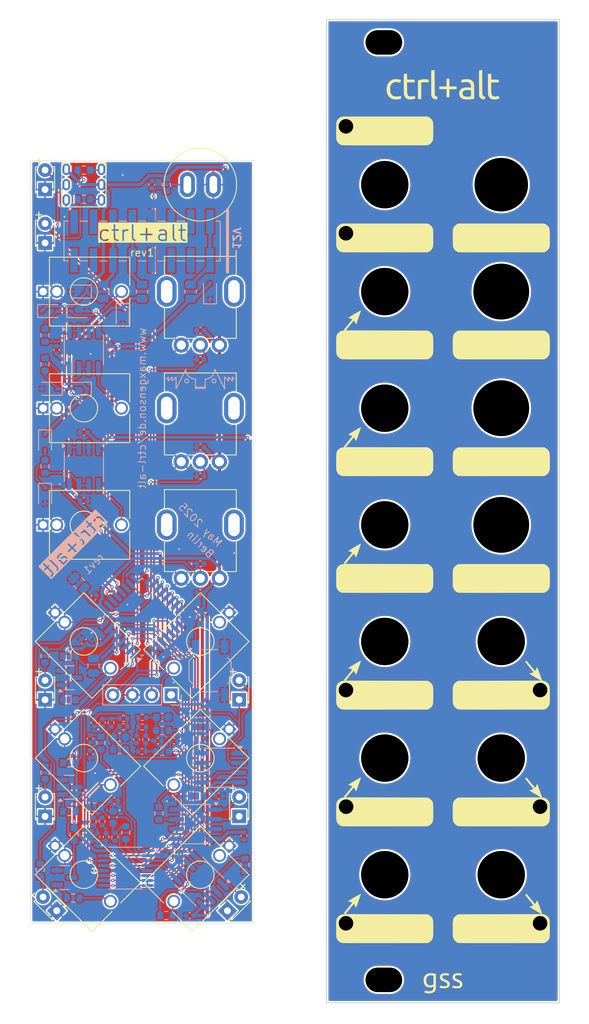
<source format=kicad_pcb>
(kicad_pcb (version 20240108) (generator "pcbnew") (generator_version "8.0")
  (layers (0 "F.Cu" signal) (31 "B.Cu" signal) (34 "B.Paste" user) (35 "F.Paste" user) (36 "B.SilkS" user "B.Silkscreen") (37 "F.SilkS" user "F.Silkscreen") (38 "B.Mask" user) (39 "F.Mask" user) (44 "Edge.Cuts" user))
  (net 0 "")
  (net 1 "VDD")
  (net 2 "GND")
  (net 3 "/POT0")
  (net 4 "/POT1")
  (net 5 "/POT2")
  (net 6 "Net-(C107-Pad1)")
  (net 7 "Net-(C108-Pad1)")
  (net 8 "Net-(C109-Pad1)")
  (net 9 "Net-(C110-Pad1)")
  (net 10 "Net-(C112-Pad1)")
  (net 11 "Net-(C113-Pad1)")
  (net 12 "Net-(C114-Pad1)")
  (net 13 "Net-(C115-Pad1)")
  (net 14 "Net-(C117-Pad1)")
  (net 15 "Net-(C118-Pad1)")
  (net 16 "/NRST")
  (net 17 "Net-(U106-VCAP)")
  (net 18 "VCC")
  (net 19 "VSS")
  (net 20 "Net-(U106-PD6)")
  (net 21 "/CV0")
  (net 22 "/CV1")
  (net 23 "/CV2")
  (net 24 "Net-(D107-K)")
  (net 25 "Net-(D107-A)")
  (net 26 "Net-(D108-A)")
  (net 27 "Net-(D108-K)")
  (net 28 "Net-(D109-K)")
  (net 29 "Net-(D109-A)")
  (net 30 "Net-(D110-A)")
  (net 31 "Net-(D111-A)")
  (net 32 "Net-(D112-A)")
  (net 33 "Net-(D116-A)")
  (net 34 "Net-(D117-A)")
  (net 35 "+5V")
  (net 36 "+12V")
  (net 37 "-12V")
  (net 38 "Net-(J101-PadT)")
  (net 39 "Net-(U101A-+)")
  (net 40 "Net-(U101B-+)")
  (net 41 "Net-(J105-PadT)")
  (net 42 "Net-(J106-PadT)")
  (net 43 "Net-(J107-PadT)")
  (net 45 "Net-(J108-PadT)")
  (net 48 "Net-(J109-PadT)")
  (net 53 "/SWIM")
  (net 54 "/DIG_OUT0")
  (net 55 "/DIG_OUT1")
  (net 56 "/DIG_OUT2")
  (net 57 "Net-(Q101-B)")
  (net 58 "/DIG_IN0")
  (net 59 "Net-(Q102-B)")
  (net 60 "/DIG_IN1")
  (net 61 "Net-(Q103-B)")
  (net 62 "/DIG_IN2")
  (net 63 "Net-(U101A--)")
  (net 64 "Net-(U101B--)")
  (net 65 "Net-(U102A--)")
  (net 66 "Net-(U102B--)")
  (net 67 "Net-(U103B--)")
  (net 68 "Net-(U104B--)")
  (net 69 "Net-(R131-Pad1)")
  (net 70 "Net-(R133-Pad1)")
  (net 71 "Net-(U106-PF4)")
  (net 72 "Net-(U106-PE5)")
  (net 73 "Net-(U106-PD7)")
  (net 74 "Net-(U106-PA1)")
  (net 75 "Net-(U105B--)")
  (net 79 "Net-(U107-A0)")
  (net 80 "Net-(U107-B0)")
  (net 82 "Net-(C119-Pad1)")
  (net 83 "Net-(U102B-+)")
  (net 84 "Net-(C120-Pad1)")
  (net 85 "Net-(U107-C0)")
  (net 86 "/SELECT0")
  (net 87 "/SELECT1")
  (net 88 "/SELECT2")
  (net 89 "/OUT0")
  (net 90 "/OUT1")
  (net 91 "/OUT2")
  (footprint "Genson_Switches:SW_PBS-110_Normally-Open_Push_Button" (layer "F.Cu") (at 104.14 44.45 -90)
    (property "Reference" "SW103" (hide yes))
    (property "Value" "trig")
  )
  (footprint "Genson_Drill_Holes:RV09_no_cap_Drill_Hole_Panel" (layer "F.Cu") (at 143.51 73.66)
    (property "Reference" "REF**" (hide yes))
    (property "Value" "RV09_no_cap_Drill_Hole_Panel")
  )
  (footprint "Genson_Drill_Holes:RV09_no_cap_Drill_Hole_Panel" (layer "F.Cu") (at 143.51 88.9)
    (property "Reference" "REF**" (hide yes))
    (property "Value" "RV09_no_cap_Drill_Hole_Panel")
  )
  (footprint "Genson_Jacks:Jack_3.5mm_Thonkiconn" (layer "F.Cu") (at 88.9 119.38 45)
    (property "Reference" "J105" (hide yes))
    (property "Value" "Thonkiconn")
  )
  (footprint "Genson_Drill_Holes:Thonkiconn_Drill_Hole_Panel" (layer "F.Cu") (at 128.27 58.42)
    (property "Reference" "REF**" (hide yes))
    (property "Value" "Thonkiconn_Drill_Hole_Panel")
  )
  (footprint "Genson_Drill_Holes:Thonkiconn_Drill_Hole_Panel" (layer "F.Cu") (at 128.27 134.62)
    (property "Reference" "REF**" (hide yes))
    (property "Value" "Thonkiconn_Drill_Hole_Panel")
  )
  (footprint "Genson_LEDs:LED_D1.8mm" (layer "F.Cu") (at 85.353024 139.328024 135)
    (property "Reference" "D117" (hide yes))
    (property "Value" "red")
  )
  (footprint "Genson_LEDs:LED_D1.8mm" (layer "F.Cu") (at 83.82 127 90)
    (property "Reference" "D116" (hide yes))
    (property "Value" "red")
  )
  (footprint "Genson_Jacks:Jack_3.5mm_Thonkiconn" (layer "F.Cu") (at 88.9 88.9 90)
    (property "Reference" "J104" (hide yes))
    (property "Value" "Thonkiconn")
  )
  (footprint "Genson_Drill_Holes:Thonkiconn_Drill_Hole_Panel" (layer "F.Cu") (at 128.27 104.14)
    (property "Reference" "REF**" (hide yes))
    (property "Value" "Thonkiconn_Drill_Hole_Panel")
  )
  (footprint "Genson_LEDs:LED_D1.8mm" (layer "F.Cu") (at 83.82 111.76 90)
    (property "Reference" "D112" (hide yes))
    (property "Value" "red")
  )
  (footprint "Genson_Drill_Holes:Thonkiconn_Drill_Hole_Panel" (layer "F.Cu") (at 128.27 73.66)
    (property "Reference" "REF**" (hide yes))
    (property "Value" "Thonkiconn_Drill_Hole_Panel")
  )
  (footprint "Genson_Potentiometers:Potentiometer_RK09_RV09_Vertical" (layer "F.Cu") (at 104.14 73.66)
    (property "Reference" "RV102" (hide yes))
    (property "Value" "100k")
  )
  (footprint "Genson_LEDs:LED_D1.8mm" (layer "F.Cu") (at 83.82 45.085 90)
    (property "Reference" "D110" (hide yes))
    (property "Value" "red")
  )
  (footprint "Genson_Front_Panels:6HP_Front_Panel" (layer "F.Cu") (at 120.65 22.86)
    (property "Reference" "REF**" (hide yes))
    (property "Value" "6HP_Front_Panel")
    (fp_rect (start 0 0) (end 30.48 128.5) (stroke (width 0.12)) (fill none) (layer "Edge.Cuts"))
  )
  (footprint "Genson_LEDs:LED_D1.8mm" (layer "F.Cu") (at 109.22 127 90)
    (property "Reference" "D108" (hide yes))
    (property "Value" "red")
  )
  (footprint "Genson_Potentiometers:Potentiometer_RK09_RV09_Vertical" (layer "F.Cu") (at 104.14 58.42)
    (property "Reference" "RV101" (hide yes))
    (property "Value" "100k")
  )
  (footprint "Genson_Drill_Holes:LED_1.8mm_Drill_Hole_Panel" (layer "F.Cu") (at 148.59 110.49)
    (property "Reference" "REF**" (hide yes))
    (property "Value" "LED_1.8mm_Drill_Hole_Panel" (hide yes))
  )
  (footprint "Genson_Drill_Holes:RV09_no_cap_Drill_Hole_Panel" (layer "F.Cu") (at 143.51 58.42)
    (property "Reference" "REF**" (hide yes))
    (property "Value" "RV09_no_cap_Drill_Hole_Panel")
  )
  (footprint "Genson_Drill_Holes:6mm_cap_Drill_Hole_Panel" (layer "F.Cu") (at 128.27 44.45)
    (property "Reference" "REF**" (hide yes))
    (property "Value" "6mm_cap_Drill_Hole_Panel")
  )
  (footprint "Genson_Jacks:Jack_3.5mm_Thonkiconn" (layer "F.Cu") (at 104.14 134.62 -45)
    (property "Reference" "J109" (hide yes))
    (property "Value" "Thonkiconn")
  )
  (footprint "Genson_Drill_Holes:LED_1.8mm_Drill_Hole_Panel" (layer "F.Cu") (at 148.59 140.97)
    (property "Reference" "REF**" (hide yes))
    (property "Value" "LED_1.8mm_Drill_Hole_Panel" (hide yes))
  )
  (footprint "Genson_Drill_Holes:LED_1.8mm_Drill_Hole_Panel" (layer "F.Cu") (at 123.19 110.49)
    (property "Reference" "REF**" (hide yes))
    (property "Value" "LED_1.8mm_Drill_Hole_Panel" (hide yes))
  )
  (footprint "Genson_Drill_Holes:Thonkiconn_Drill_Hole_Panel" (layer "F.Cu") (at 143.51 134.62)
    (property "Reference" "REF**" (hide yes))
    (property "Value" "Thonkiconn_Drill_Hole_Panel")
  )
  (footprint "LOGO" (layer "F.Cu") (at 135.89 87.402266)
    (property "Reference" "G***" (hide yes))
    (property "Value" "LOGO" (hide yes))
  )
  (footprint "Genson_Drill_Holes:LED_1.8mm_Drill_Hole_Panel" (layer "F.Cu") (at 148.59 125.73)
    (property "Reference" "REF**" (hide yes))
    (property "Value" "LED_1.8mm_Drill_Hole_Panel" (hide yes))
  )
  (footprint "Genson_Jacks:Jack_3.5mm_Thonkiconn" (layer "F.Cu") (at 88.9 73.66 90)
    (property "Reference" "J103" (hide yes))
    (property "Value" "Thonkiconn")
  )
  (footprint "Genson_Jacks:Jack_3.5mm_Thonkiconn" (layer "F.Cu") (at 104.14 119.38 -45)
    (property "Reference" "J108" (hide yes))
    (property "Value" "Thonkiconn")
  )
  (footprint "Genson_Switches:SW_5.8x5.8mm" (layer "F.Cu") (at 88.9 44.45 -90)
    (property "Reference" "SW102" (hide yes))
    (property "Value" "SW_Push_DPDT")
  )
  (footprint "Genson_Jacks:Jack_3.5mm_Thonkiconn" (layer "F.Cu") (at 88.9 58.42 90)
    (property "Reference" "J102" (hide yes))
    (property "Value" "Thonkiconn")
  )
  (footprint "Genson_Jacks:Jack_3.5mm_Thonkiconn" (layer "F.Cu") (at 104.14 104.14 -45)
    (property "Reference" "J107" (hide yes))
    (property "Value" "Thonkiconn")
  )
  (footprint "Genson_LEDs:LED_D1.8mm" (layer "F.Cu") (at 109.22 111.76 90)
    (property "Reference" "D107" (hide yes))
    (property "Value" "red")
  )
  (footprint "Genson_Drill_Holes:LED_1.8mm_Drill_Hole_Panel" (layer "F.Cu") (at 123.214671 125.73)
    (property "Reference" "REF**" (hide yes))
    (property "Value" "LED_1.8mm_Drill_Hole_Panel" (hide yes))
  )
  (footprint "Genson_Drill_Holes:LED_1.8mm_Drill_Hole_Panel" (layer "F.Cu") (at 123.19 50.8)
    (property "Reference" "REF**" (hide yes))
    (property "Value" "LED_1.8mm_Drill_Hole_Panel" (hide yes))
  )
  (footprint "Genson_Jacks:Jack_3.5mm_Thonkiconn" (layer "F.Cu") (at 88.9 104.14 45)
    (property "Reference" "J101" (hide yes))
    (property "Value" "Thonkiconn")
  )
  (footprint "Genson_Drill_Holes:LED_1.8mm_Drill_Hole_Panel" (layer "F.Cu") (at 123.195696 140.97)
    (property "Reference" "REF**" (hide yes))
    (property "Value" "LED_1.8mm_Drill_Hole_Panel" (hide yes))
  )
  (footprint "Genson_LEDs:LED_D1.8mm" (layer "F.Cu") (at 83.82 52.07 90)
    (property "Reference" "D111" (hide yes))
    (property "Value" "red")
  )
  (footprint "Genson_Drill_Holes:Thonkiconn_Drill_Hole_Panel" (layer "F.Cu") (at 128.27 88.9)
    (property "Reference" "REF**" (hide yes))
    (property "Value" "Thonkiconn_Drill_Hole_Panel")
  )
  (footprint "Genson_Drill_Holes:PBS_110_Drill_Hole_Panel" (layer "F.Cu") (at 143.51 44.45)
    (property "Reference" "REF**" (hide yes))
    (property "Value" "PBS_110_Drill_Hole_Panel" (hide yes))
  )
  (footprint "Genson_Drill_Holes:Thonkiconn_Drill_Hole_Panel" (layer "F.Cu") (at 128.27 119.38)
    (property "Reference" "REF**" (hide yes))
    (property "Value" "Thonkiconn_Drill_Hole_Panel")
  )
  (footprint "Genson_LEDs:LED_D1.8mm" (layer "F.Cu") (at 107.686973 139.328024 45)
    (property "Reference" "D109" (hide yes))
    (property "Value" "red")
  )
  (footprint "Genson_Drill_Holes:Thonkiconn_Drill_Hole_Panel" (layer "F.Cu") (at 143.51 104.14)
    (property "Reference" "REF**" (hide yes))
    (property "Value" "Thonkiconn_Drill_Hole_Panel")
  )
  (footprint "Genson_Jacks:Jack_3.5mm_Thonkiconn" (layer "F.Cu") (at 88.9 134.62 45)
    (property "Reference" "J106" (hide yes))
    (property "Value" "Thonkiconn")
  )
  (footprint "Genson_Drill_Holes:Thonkiconn_Drill_Hole_Panel" (layer "F.Cu") (at 143.51 119.38)
    (property "Reference" "REF**" (hide yes))
    (property "Value" "Thonkiconn_Drill_Hole_Panel")
  )
  (footprint "Genson_Drill_Holes:LED_1.8mm_Drill_Hole_Panel" (layer "F.Cu") (at 123.19 36.83)
    (property "Reference" "REF**" (hide yes))
    (property "Value" "LED_1.8mm_Drill_Hole_Panel" (hide yes))
  )
  (footprint "Genson_Potentiometers:Potentiometer_RK09_RV09_Vertical" (layer "F.Cu") (at 104.14 88.9)
    (property "Reference" "RV103" (hide yes))
    (property "Value" "100k")
  )
  (footprint "Capacitor_SMD:C_0402_1005Metric" (layer "B.Cu") (at 109.855 129.54 90)
    (property "Reference" "C133" (hide yes))
    (property "Value" "100n")
  )
  (footprint "Package_SO:SOIC-8_3.9x4.9mm_P1.27mm" (layer "B.Cu") (at 88.9 81.28 -90)
    (property "Reference" "U102" (hide yes))
    (property "Value" "LM358")
  )
  (footprint "Capacitor_SMD:C_0805_2012Metric" (layer "B.Cu") (at 90.17 107.315 -90)
    (property "Reference" "C123" (hide yes))
    (property "Value" "4u7")
  )
  (footprint "Capacitor_SMD:C_0402_1005Metric" (layer "B.Cu") (at 89.0016 128.27 -90)
    (property "Reference" "C120" (hide yes))
    (property "Value" "150p")
  )
  (footprint "Resistor_SMD:R_0402_1005Metric" (layer "B.Cu") (at 96.9772 116.9416 -90)
    (property "Reference" "R111" (hide yes))
    (property "Value" "200k")
  )
  (footprint "Capacitor_SMD:C_0402_1005Metric" (layer "B.Cu") (at 90.6272 129.6924 -90)
    (property "Reference" "C119" (hide yes))
    (property "Value" "330p")
  )
  (footprint "Button_Switch_SMD:SW_SPST_TL3342" (layer "B.Cu") (at 105.41 107.95 90)
    (property "Reference" "SW101" (hide yes))
    (property "Value" "reset")
  )
  (footprint "Capacitor_SMD:C_0402_1005Metric" (layer "B.Cu") (at 88.9 85.725)
    (property "Reference" "C124" (hide yes))
    (property "Value" "100n")
  )
  (footprint "Resistor_SMD:R_0603_1608Metric" (layer "B.Cu") (at 88.9 46.355 180)
    (property "Reference" "R133" (hide yes))
    (property "Value" "2k2")
  )
  (footprint "Package_SO:SOIC-8_3.9x4.9mm_P1.27mm" (layer "B.Cu") (at 104.013 135.509 135)
    (property "Reference" "U105" (hide yes))
    (property "Value" "LM358")
  )
  (footprint "Resistor_SMD:R_0603_1608Metric" (layer "B.Cu") (at 87.63 129.35 90)
    (property "Reference" "R130" (hide yes))
    (property "Value" "10k")
  )
  (footprint "Resistor_SMD:R_0402_1005Metric" (layer "B.Cu") (at 96.5266 114.0792 180)
    (property "Reference" "R108" (hide yes))
    (property "Value" "27k")
  )
  (footprint "Resistor_SMD:R_0402_1005Metric" (layer "B.Cu") (at 94.0816 115.2652)
    (property "Reference" "R114" (hide yes))
    (property "Value" "27k")
  )
  (footprint "Resistor_SMD:R_0603_1608Metric" (layer "B.Cu") (at 83.82 121.285 -90)
    (property "Reference" "R135" (hide yes))
    (property "Value" "2k2")
  )
  (footprint "Diode_SMD:D_SOD-323" (layer "B.Cu") (at 84.455 71.12 180)
    (property "Reference" "D104" (hide yes))
    (property "Value" "1N5819WS")
  )
  (footprint "Capacitor_SMD:C_0402_1005Metric" (layer "B.Cu") (at 90.805 104.14 135)
    (property "Reference" "C135" (hide yes))
    (property "Value" "100n")
  )
  (footprint "Capacitor_SMD:C_0402_1005Metric" (layer "B.Cu") (at 106.553 124.333 180)
    (property "Reference" "C132" (hide yes))
    (property "Value" "100n")
  )
  (footprint "Resistor_SMD:R_0603_1608Metric" (layer "B.Cu") (at 83.82 64.135 90)
    (property "Reference" "R103" (hide yes))
    (property "Value" "1k")
  )
  (footprint "Diode_SMD:D_SOD-323" (layer "B.Cu") (at 88.265 58.42 180)
    (property "Reference" "D113" (hide yes))
    (property "Value" "1N5819WS")
  )
  (footprint "Resistor_SMD:R_0603_1608Metric" (layer "B.Cu") (at 104.14 100.965 -90)
    (property "Reference" "R132" (hide yes))
    (property "Value" "10k")
  )
  (footprint "Package_SO:SOIC-8_3.9x4.9mm_P1.27mm" (layer "B.Cu") (at 88.9 66.04 -90)
    (property "Reference" "U101" (hide yes))
    (property "Value" "LM358")
  )
  (footprint "Resistor_SMD:R_0402_1005Metric" (layer "B.Cu") (at 91.2876 127.6604 90)
    (property "Reference" "R120" (hide yes))
    (property "Value" "75k")
  )
  (footprint "Resistor_SMD:R_0603_1608Metric" (layer "B.Cu") (at 104.14 115.316 180)
    (property "Reference" "R127" (hide yes))
    (property "Value" "1k")
  )
  (footprint "Resistor_SMD:R_0603_1608Metric" (layer "B.Cu") (at 86.995 126.365)
    (property "Reference" "R106" (hide yes))
    (property "Value" "100k")
  )
  (footprint "Capacitor_SMD:C_0402_1005Metric" (layer "B.Cu") (at 89.7128 116.84 -90)
    (property "Reference" "C115" (hide yes))
    (property "Value" "150p")
  )
  (footprint "Capacitor_SMD:C_0402_1005Metric" (layer "B.Cu") (at 90.2208 114.7572 -90)
    (property "Reference" "C113" (hide yes))
    (property "Value" "1n")
  )
  (footprint "Resistor_SMD:R_0805_2012Metric" (layer "B.Cu") (at 91.44 58.42 90)
    (property "Reference" "F101" (hide yes))
    (property "Value" "24V/200mA")
  )
  (footprint "Package_QFP:LQFP-32_7x7mm_P0.8mm" (layer "B.Cu") (at 96.52 100.965 45)
    (property "Reference" "U106" (hide yes))
    (property "Value" "STM8S105K6T6C")
  )
  (footprint "Resistor_SMD:R_0603_1608Metric" (layer "B.Cu") (at 83.82 106.045 -90)
    (property "Reference" "R134" (hide yes))
    (property "Value" "2k2")
  )
  (footprint "Resistor_SMD:R_0603_1608Metric" (layer "B.Cu") (at 109.982 133.35 90)
    (property "Reference" "R125" (hide yes))
    (property "Value" "2k2")
  )
  (footprint "Capacitor_SMD:C_0402_1005Metric" (layer "B.Cu") (at 101.092 105.664 135)
    (property "Reference" "C122" (hide yes))
    (property "Value" "22n")
  )
  (footprint "Resistor_SMD:R_0402_1005Metric" (layer "B.Cu") (at 92.964 129.6924 -90)
    (property "Reference" "R119" (hide yes))
    (property "Value" "27k")
  )
  (footprint "Capacitor_SMD:C_0402_1005Metric" (layer "B.Cu") (at 92.456 66.04 90)
    (property "Reference" "C129" (hide yes))
    (property "Value" "100n")
  )
  (footprint "Capacitor_SMD:C_0402_1005Metric" (layer "B.Cu") (at 91.3384 114.7572 -90)
    (property "Reference" "C114" (hide yes))
    (property "Value" "330p")
  )
  (footprint "Capacitor_SMD:C_0402_1005Metric" (layer "B.Cu") (at 91.7956 129.6924 -90)
    (property "Reference" "C118" (hide yes))
    (property "Value" "1n")
  )
  (footprint "Diode_SMD:D_SOD-323" (layer "B.Cu") (at 83.82 78.105 -90)
    (property "Reference" "D105" (hide yes))
    (property "Value" "1N5819WS")
  )
  (footprint "Resistor_SMD:R_0603_1608Metric" (layer "B.Cu") (at 86.995 111.76 180)
    (property "Reference" "R101" (hide yes))
    (property "Value" "100k")
  )
  (footprint "Capacitor_SMD:C_0402_1005Metric" (layer "B.Cu") (at 100.838 131.572 180)
    (property "Reference" "C127" (hide yes))
    (property "Value" "100n")
  )
  (footprint "Capacitor_SMD:C_0603_1608Metric" (layer "B.Cu") (at 92.71 127.1016 90)
    (property "Reference" "C117" (hide yes))
    (property "Value" "1n5")
  )
  (footprint "Resistor_SMD:R_0603_1608Metric" (layer "B.Cu") (at 86.995 106.045 180)
    (property "Reference" "R102" (hide yes))
    (property "Value" "10k")
  )
  (footprint "Resistor_SMD:R_0603_1608Metric" (layer "B.Cu") (at 99.695 139.954)
    (property "Reference" "R129" (hide yes))
    (property "Value" "1k")
  )
  (footprint "Resistor_SMD:R_0402_1005Metric" (layer "B.Cu") (at 96.5266 115.316)
    (property "Reference" "R109" (hide yes))
    (property "Value" "75k")
  )
  (footprint "Package_SO:SOIC-8_3.9x4.9mm_P1.27mm" (layer "B.Cu") (at 106.68 120.65 180)
    (property "Reference" "U103" (hide yes))
    (property "Value" "LM358")
  )
  (footprint "Capacitor_SMD:C_0402_1005Metric" (layer "B.Cu") (at 88.9 76.835)
    (property "Reference" "C130" (hide yes))
    (property "Value" "100n")
  )
  (footprint "Resistor_SMD:R_0603_1608Metric" (layer "B.Cu") (at 104.14 113.538)
    (property "Reference" "R123" (hide yes))
    (property "Value" "2k2")
  )
  (footprint "Capacitor_SMD:C_0402_1005Metric" (layer "B.Cu") (at 104.14 116.84)
    (property "Reference" "C126" (hide yes))
    (property "Value" "100n")
  )
  (footprint "Connector_PinHeader_2.54mm:PinHeader_1x04_P2.54mm_Vertical" (layer "B.Cu") (at 100.32 111.125 90)
    (property "Reference" "J111" (hide yes))
    (property "Value" "Debug")
  )
  (footprint "Capacitor_SMD:C_0402_1005Metric" (layer "B.Cu") (at 104.14 93.98 180)
    (property "Reference" "C106" (hide yes))
    (property "Value" "100n")
  )
  (footprint "Resistor_SMD:R_0805_2012Metric" (layer "B.Cu") (at 102.87 58.42 90)
    (property "Reference" "F103" (hide yes))
    (property "Value" "24V/200mA")
  )
  (footprint "Connector_PinHeader_2.54mm:PinHeader_2x08_P2.54mm_Vertical_SMD" (layer "B.Cu") (at 96.52 51.816 90)
    (property "Reference" "J110" (hide yes))
    (property "Value" "power conn")
  )
  (footprint "Capacitor_SMD:C_0402_1005Metric" (layer "B.Cu") (at 89.7128 118.872 -90)
    (property "Reference" "C116" (hide yes))
    (property "Value" "47p")
  )
  (footprint "Resistor_SMD:R_0603_1608Metric" (layer "B.Cu") (at 83.82 67.945 -90)
    (property "Reference" "R104" (hide yes))
    (property "Value" "1k")
  )
  (footprint "Diode_SMD:D_SOD-323" (layer "B.Cu") (at 105.41 58.42 90)
    (property "Reference" "D115" (hide yes))
    (property "Value" "1N5819WS")
  )
  (footprint "Capacitor_SMD:C_0402_1005Metric" (layer "B.Cu") (at 95.8088 116.9416 -90)
    (property "Reference" "C108" (hide yes))
    (property "Value" "1n")
  )
  (footprint "Capacitor_SMD:C_0402_1005Metric" (layer "B.Cu") (at 104.14 78.74 180)
    (property "Reference" "C103" (hide yes))
    (property "Value" "100n")
  )
  (footprint "Resistor_SMD:R_0603_1608Metric" (layer "B.Cu") (at 94.3864 129.1336 90)
    (property "Reference" "R118" (hide yes))
    (property "Value" "10k")
  )
  (footprint "Resistor_SMD:R_0603_1608Metric" (layer "B.Cu") (at 83.185 133.985 -90)
    (property "Reference" "R136" (hide yes))
    (property "Value" "2k2")
  )
  (footprint "Diode_SMD:D_SOD-323" (layer "B.Cu") (at 93.98 61.595 -90)
    (property "Reference" "D114" (hide yes))
    (property "Value" "1N5819WS")
  )
  (footprint "Diode_SMD:D_SOD-323" (layer "B.Cu") (at 88.265 71.12 180)
    (property "Reference" "D103" (hide yes))
    (property "Value" "1N5819WS")
  )
  (footprint "Capacitor_SMD:C_0402_1005Metric" (layer "B.Cu") (at 104.14 82.55 180)
    (property "Reference" "C104" (hide yes))
    (property "Value" "100n")
  )
  (footprint "Capacitor_SMD:C_0402_1005Metric" (layer "B.Cu") (at 85.344 66.04 90)
    (property "Reference" "C125" (hide yes))
    (property "Value" "100n")
  )
  (footprint "Package_TO_SOT_SMD:SOT-23" (layer "B.Cu") (at 86.995 108.8875)
    (property "Reference" "Q101" (hide yes))
    (property "Value" "BC847")
  )
  (footprint "Resistor_SMD:R_0603_1608Metric" (layer "B.Cu") (at 99.695 44.45 -90)
    (property "Reference" "R137" (hide yes))
    (property "Value" "10k")
  )
  (footprint "Capacitor_SMD:C_0402_1005Metric" (layer "B.Cu") (at 96.52 118.5164 180)
    (property "Reference" "C110" (hide yes))
    (property "Value" "150p")
  )
  (footprint "Resistor_SMD:R_0603_1608Metric" (layer "B.Cu") (at 99.1616 115.7732 180)
    (property "Reference" "R107" (hide yes))
    (property "Value" "10k")
  )
  (footprint "Capacitor_SMD:C_0402_1005Metric" (layer "B.Cu") (at 88.9 104.14 135)
    (property "Reference" "C134" (hide yes))
    (property "Value" "100n")
  )
  (footprint "Resistor_SMD:R_0603_1608Metric" (layer "B.Cu") (at 98.7044 126.5936 90)
    (property "Reference" "R128" (hide yes))
    (property "Value" "1k")
  )
  (footprint "Package_TO_SOT_SMD:SOT-23" (layer "B.Cu") (at 86.995 123.19)
    (property "Reference" "Q102" (hide yes))
    (property "Value" "BC847")
  )
  (footprint "Resistor_SMD:R_0402_1005Metric" (layer "B.Cu") (at 90.1192 127.6604 90)
    (property "Reference" "R121" (hide yes))
    (property "Value" "200k")
  )
  (footprint "Capacitor_SMD:C_0402_1005Metric" (layer "B.Cu") (at 104.14 67.31 180)
    (property "Reference" "C102" (hide yes))
    (property "Value" "100n")
  )
  (footprint "Package_SO:TSSOP-16_4.4x5mm_P0.65mm" (layer "B.Cu") (at 94.3356 133.7564 180)
    (property "Reference" "U107" (hide yes))
    (property "Value" "TMUX4053")
  )
  (footprint "Diode_SMD:D_SOD-323" (layer "B.Cu") (at 83.82 85.09 -90)
    (property "Reference" "D106" (hide yes))
    (property "Value" "1N5819WS")
  )
  (footprint "Capacitor_SMD:C_0402_1005Metric" (layer "B.Cu") (at 92.8904 124.968)
    (property "Reference" "C121" (hide yes))
    (property "Value" "47p")
  )
  (footprint "Resistor_SMD:R_0402_1005Metric" (layer "B.Cu") (at 94.0816 114.1984 180)
    (property "Reference" "R115" (hide yes))
    (property "Value" "75k")
  )
  (footprint "Capacitor_SMD:C_0402_1005Metric" (layer "B.Cu") (at 100.965 124.46 180)
    (property "Reference" "C128" (hide yes))
    (property "Value" "100n")
  )
  (footprint "Resistor_SMD:R_0805_2012Metric" (layer "B.Cu") (at 96.52 58.42 90)
    (property "Reference" "F102" (hide yes))
    (property "Value" "24V/200mA")
  )
  (footprint "Resistor_SMD:R_0603_1608Metric" (layer "B.Cu") (at 91.1352 117.3988 -90)
    (property "Reference" "R117" (hide yes))
    (property "Value" "560k")
  )
  (footprint "Capacitor_SMD:C_0603_1608Metric" (layer "B.Cu") (at 99.1616 114.046)
    (property "Reference" "C107" (hide yes))
    (property "Value" "1n5")
  )
  (footprint "Capacitor_SMD:C_0402_1005Metric" (layer "B.Cu") (at 104.14 63.5 180)
    (property "Reference" "C101" (hide yes))
    (property "Value" "100n")
  )
  (footprint "Capacitor_SMD:C_0402_1005Metric" (layer "B.Cu") (at 98.6028 117.1448)
    (property "Reference" "C109" (hide yes))
    (property "Value" "330p")
  )
  (footprint "Capacitor_SMD:C_0603_1608Metric" (layer "B.Cu") (at 93.5736 116.6368)
    (property "Reference" "C112" (hide yes))
    (property "Value" "1n5")
  )
  (footprint "Capacitor_SMD:C_0402_1005Metric" (layer "B.Cu") (at 97.79 44.45 90)
    (property "Reference" "C138" (hide yes))
    (property "Value" "22n")
  )
  (footprint "Resistor_SMD:R_0603_1608Metric" (layer "B.Cu") (at 99.1616 118.5164)
    (property "Reference" "R112" (hide yes))
    (property "Value" "560k")
  )
  (footprint "Package_TO_SOT_SMD:SOT-23" (layer "B.Cu") (at 86.36 135.001)
    (property "Reference" "Q103" (hide yes))
    (property "Value" "BC847")
  )
  (footprint "Resistor_SMD:R_0603_1608Metric" (layer "B.Cu") (at 86.985 120.015 180)
    (property "Reference" "R110" (hide yes))
    (property "Value" "10k")
  )
  (footprint "Capacitor_SMD:C_0402_1005Metric" (layer "B.Cu") (at 102.743 139.954)
    (property "Reference" "C131" (hide yes))
    (property "Value" "100n")
  )
  (footprint "Resistor_SMD:R_0402_1005Metric" (layer "B.Cu") (at 92.456 114.7572 -90)
    (property "Reference" "R116" (hide yes))
    (property "Value" "200k")
  )
  (footprint "Resistor_SMD:R_0603_1608Metric" (layer "B.Cu") (at 83.82 81.28 90)
    (property "Reference" "R105" (hide yes))
    (property "Value" "1k")
  )
  (footprint "Resistor_SMD:R_0603_1608Metric" (layer "B.Cu") (at 88.9 42.545 180)
    (property "Reference" "R131" (hide yes))
    (property "Value" "2k2")
  )
  (footprint "Diode_SMD:D_SOD-323" (layer "B.Cu") (at 88.265 60.96)
    (property "Reference" "D102" (hide yes))
    (property "Value" "1N5819WS")
  )
  (footprint "Capacitor_SMD:C_0402_1005Metric" (layer "B.Cu") (at 100.6856 117.1448)
    (property "Reference" "C111" (hide yes))
    (property "Value" "47p")
  )
  (footprint "Resistor_SMD:R_0603_1608Metric" (layer "B.Cu") (at 90.3102 125.7808)
    (property "Reference" "R122" (hide yes))
    (property "Value" "560k")
  )
  (footprint "Capacitor_SMD:C_0402_1005Metric" (layer "B.Cu") (at 104.14 97.79 180)
    (property "Reference" "C105" (hide yes))
    (property "Value" "100n")
  )
  (footprint "Resistor_SMD:R_0603_1608Metric" (layer "B.Cu") (at 103.759 124.333)
    (property "Reference" "R124" (hide yes))
    (property "Value" "2k2")
  )
  (footprint "Genson_Scribbles:silkscreen_alien_small" (layer "B.Cu") (at 104.14 71.12 180)
    (property "Reference" "  " (hide yes))
    (property "Value" "  " (hide yes))
  )
  (footprint "Capacitor_SMD:C_0402_1005Metric" (layer "B.Cu") (at 90.17 98.425 45)
    (property "Reference" "C136" (hide yes))
    (property "Value" "100n")
  )
  (footprint "Capacitor_SMD:C_0805_2012Metric" (layer "B.Cu") (at 88.265 96.52 135)
    (property "Reference" "C137" (hide yes))
    (property "Value" "4u7")
  )
  (footprint "Diode_SMD:D_SOD-323" (layer "B.Cu") (at 84.455 60.96)
    (property "Reference" "D101" (hide yes))
    (property "Value" "1N5819WS")
  )
  (footprint "Resistor_SMD:R_0603_1608Metric" (layer "B.Cu") (at 87.503 137.668)
    (property "Reference" "R126" (hide yes))
    (property "Value" "100k")
  )
  (footprint "Resistor_SMD:R_0603_1608Metric" (layer "B.Cu") (at 93.5736 118.2624 180)
    (property "Reference" "R113" (hide yes))
    (property "Value" "10k")
  )
  (footprint "Package_SO:SOIC-8_3.9x4.9mm_P1.27mm" (layer "B.Cu") (at 103.505 128.016 180)
    (property "Reference" "U104" (hide yes))
    (property "Value" "LM358")
  )
  (gr_rect (start 81.915 41.275) (end 111.125 140.97) (stroke (width 0.05)) (fill none) (layer "Edge.Cuts"))
  (gr_text "-12V" (at 109.474 52.07 -90) (layer "B.SilkS") (effects (font (size 1 1) (thickness 0.2) (bold yes)) (justify top mirror)))
  (gr_text "www.maxgenson.de/ctrl-alt" (at 96.52 73.66 90) (layer "B.SilkS") (effects (font (size 1 1) (thickness 0.125)) (justify mirror)))
  (gr_text "May 2025" (at 104.14 88.9 315) (layer "B.SilkS") (effects (font (size 1 1) (thickness 0.125)) (justify mirror)))
  (gr_text "ctrl+alt" (at 87.63 91.44 45) (layer "B.SilkS" knockout) (effects (font (size 1.8 1.8) (thickness 0.2) (bold yes)) (justify mirror)))
  (gr_text "Berlin" (at 104.14 91.44 315) (layer "B.SilkS") (effects (font (size 1 1) (thickness 0.125)) (justify mirror)))
  (gr_text "rev1" (at 90.17 93.98 45) (layer "B.SilkS") (effects (font (size 1 1) (thickness 0.125)) (justify mirror)))
  (gr_text "ctrl+alt" (at 96.52 50.8 0) (layer "F.SilkS" knockout) (effects (font (size 2 2) (thickness 0.2) (bold yes))))
  (gr_text "rev1" (at 96.52 53.34 0) (layer "F.SilkS") (effects (font (size 1 1) (thickness 0.125))))
  (segment (start 86.36 60.335) (end 86.36 70.485) (width 0.4) (layer "F.Cu") (net 1))
  (segment (start 106.64 51.395) (end 106.64 65.4092) (width 0.4) (layer "F.Cu") (net 1))
  (segment (start 107.442 42.164) (end 107.442 50.593) (width 0.4) (layer "F.Cu") (net 1))
  (segment (start 86.868 105.347) (end 86.868 115.4684) (width 0.4) (layer "F.Cu") (net 1))
  (segment (start 106.64 80.6492) (end 106.64 95.8892) (width 0.4) (layer "F.Cu") (net 1))
  (segment (start 86.9 105.315) (end 86.868 105.347) (width 0.4) (layer "F.Cu") (net 1))
  (segment (start 87.635528 118.745) (end 87.635528 127.629472) (width 0.4) (layer "F.Cu") (net 1))
  (segment (start 86.868 115.4684) (end 87.635528 116.235928) (width 0.4) (layer "F.Cu") (net 1))
  (segment (start 106.64 65.4092) (end 106.64 80.6492) (width 0.4) (layer "F.Cu") (net 1))
  (segment (start 107.442 50.593) (end 106.64 51.395) (width 0.4) (layer "F.Cu") (net 1))
  (segment (start 87.635528 127.629472) (end 87.63 127.635) (width 0.4) (layer "F.Cu") (net 1))
  (segment (start 87.635528 116.235928) (end 87.635528 118.745) (width 0.4) (layer "F.Cu") (net 1))
  (via (at 86.9 105.315) (size 0.45) (drill 0.2) (layers "F.Cu" "B.Cu") (net 1))
  (via (at 86.36 70.485) (size 0.45) (drill 0.2) (layers "F.Cu" "B.Cu") (net 1))
  (via (at 107.442 42.164) (size 0.45) (drill 0.2) (layers "F.Cu" "B.Cu") (net 1))
  (via (at 87.63 127.635) (size 0.45) (drill 0.2) (layers "F.Cu" "B.Cu") (net 1))
  (via (at 87.635528 118.745) (size 0.45) (drill 0.2) (layers "F.Cu" "B.Cu") (net 1))
  (via (at 86.36 60.335) (size 0.45) (drill 0.2) (layers "F.Cu" "B.Cu") (net 1))
  (segment (start 88.936751 97.870573) (end 89.830589 98.764411) (width 0.4) (layer "B.Cu") (net 1))
  (segment (start 106.64 80.6492) (end 106.5292 80.6492) (width 0.4) (layer "B.Cu") (net 1))
  (segment (start 91.308533 104.479411) (end 92.719301 103.068643) (width 0.4) (layer "B.Cu") (net 1))
  (segment (start 87.4 60.335) (end 89.315 58.42) (width 0.4) (layer "B.Cu") (net 1))
  (segment (start 89.315 57.993834) (end 91.44 55.868834) (width 0.4) (layer "B.Cu") (net 1))
  (segment (start 86.36 60.335) (end 87.4 60.335) (width 0.4) (layer "B.Cu") (net 1))
  (segment (start 92.1 47.072792) (end 92.1 45.35) (width 0.4) (layer "B.Cu") (net 1))
  (segment (start 90.2275 59.3325) (end 89.315 58.42) (width 0.4) (layer "B.Cu") (net 1))
  (segment (start 106.64 95.8892) (end 106.5208 95.8892) (width 0.4) (layer "B.Cu") (net 1))
  (segment (start 87.63 128.778) (end 87.63 128.525) (width 0.4) (layer "B.Cu") (net 1))
  (segment (start 106.64 94.474987) (end 105.435013 93.27) (width 0.4) (layer "B.Cu") (net 1))
  (segment (start 89.315 71.56) (end 83.82 77.055) (width 0.4) (layer "B.Cu") (net 1))
  (segment (start 89.4374 104.6774) (end 90.946422 104.6774) (width 0.4) (layer "B.Cu") (net 1))
  (segment (start 107.442 42.164) (end 101.156 42.164) (width 0.4) (layer "B.Cu") (net 1))
  (segment (start 88.6 44.45) (end 86.6 42.45) (width 0.4) (layer "B.Cu") (net 1))
  (segment (start 92.64571 102.010862) (end 92.64571 101.050508) (width 0.4) (layer "B.Cu") (net 1))
  (segment (start 88.68 70.485) (end 86.36 70.485) (width 0.4) (layer "B.Cu") (net 1))
  (segment (start 106.5208 95.8892) (end 104.62 97.79) (width 0.4) (layer "B.Cu") (net 1))
  (segment (start 105.015 101.015) (end 104.14 100.14) (width 0.4) (layer "B.Cu") (net 1))
  (segment (start 91.58793 99.992728) (end 91.010802 99.4156) (width 0.4) (layer "B.Cu") (net 1))
  (segment (start 89.239411 104.479411) (end 89.4374 104.6774) (width 0.4) (layer "B.Cu") (net 1))
  (segment (start 88.936751 97.191751) (end 88.936751 97.870573) (width 0.4) (layer "B.Cu") (net 1))
  (segment (start 92.1 45.35) (end 91.2 44.45) (width 0.4) (layer "B.Cu") (net 1))
  (segment (start 91.144411 104.479411) (end 91.308533 104.479411) (width 0.4) (layer "B.Cu") (net 1))
  (segment (start 91.4731 131.4814) (end 90.3334 131.4814) (width 0.4) (layer "B.Cu") (net 1))
  (segment (start 89.315 71.12) (end 88.68 70.485) (width 0.4) (layer "B.Cu") (net 1))
  (segment (start 92.64571 101.050508) (end 91.58793 99.992728) (width 0.4) (layer "B.Cu") (net 1))
  (segment (start 84.03 60.335) (end 86.36 60.335) (width 0.4) (layer "B.Cu") (net 1))
  (segment (start 86.17 106.045) (end 86.9 105.315) (width 0.4) (layer "B.Cu") (net 1))
  (segment (start 105.015 111.5454) (end 105.015 101.015) (width 0.4) (layer "B.Cu") (net 1))
  (segment (start 89.315 71.12) (end 89.315 71.56) (width 0.4) (layer "B.Cu") (net 1))
  (segment (start 86.9 105.315) (end 87.116178 105.098822) (width 0.4) (layer "B.Cu") (net 1))
  (segment (start 104.14 100.14) (end 104.62 99.66) (width 0.4) (layer "B.Cu") (net 1))
  (segment (start 86.365528 120.015) (end 87.635528 118.745) (width 0.4) (layer "B.Cu") (net 1))
  (segment (start 105.435013 93.27) (end 95.325 93.27) (width 0.4) (layer "B.Cu") (net 1))
  (segment (start 106.5292 65.4092) (end 104.62 63.5) (width 0.4) (layer "B.Cu") (net 1))
  (segment (start 91.2 44.45) (end 88.6 44.45) (width 0.4) (layer "B.Cu") (net 1))
  (segment (start 92.153615 102.502957) (end 92.64571 102.010862) (width 0.4) (layer "B.Cu") (net 1))
  (segment (start 87.116178 105.098822) (end 88.62 105.098822) (width 0.4) (layer "B.Cu") (net 1))
  (segment (start 99.36 43.29) (end 99.695 43.625) (width 0.4) (layer "B.Cu") (net 1))
  (segment (start 87.63 127.635) (end 87.63 128.525) (width 0.4) (layer "B.Cu") (net 1))
  (segment (start 92.719301 103.068643) (end 92.153615 102.502957) (width 0.4) (layer "B.Cu") (net 1))
  (segment (start 106.64 95.8892) (end 106.64 94.474987) (width 0.4) (layer "B.Cu") (net 1))
  (segment (start 89.315 58.42) (end 89.315 57.993834) (width 0.4) (layer "B.Cu") (net 1))
  (segment (start 104.210401 112.349999) (end 105.015 111.5454) (width 0.4) (layer "B.Cu") (net 1))
  (segment (start 88.62 105.098822) (end 89.239411 104.479411) (width 0.4) (layer "B.Cu") (net 1))
  (segment (start 86.16 120.015) (end 86.365528 120.015) (width 0.4) (layer "B.Cu") (net 1))
  (segment (start 90.946422 104.6774) (end 91.144411 104.479411) (width 0.4) (layer "B.Cu") (net 1))
  (segment (start 101.156 42.164) (end 99.695 43.625) (width 0.4) (layer "B.Cu") (net 1))
  (segment (start 91.010802 99.4156) (end 90.481778 99.4156) (width 0.4) (layer "B.Cu") (net 1))
  (segment (start 104.62 99.66) (end 104.62 97.79) (width 0.4) (layer "B.Cu") (net 1))
  (segment (start 96.232444 44.45) (end 97.392444 43.29) (width 0.4) (layer "B.Cu") (net 1))
  (segment (start 101.544999 112.349999) (end 104.210401 112.349999) (width 0.4) (layer "B.Cu") (net 1))
  (segment (start 91.44 59.3325) (end 90.2275 59.3325) (width 0.4) (layer "B.Cu") (net 1))
  (segment (start 90.3334 131.4814) (end 87.63 128.778) (width 0.4) (layer "B.Cu") (net 1))
  (segment (start 83.405 60.96) (end 84.03 60.335) (width 0.4) (layer "B.Cu") (net 1))
  (segment (start 100.32 111.125) (end 101.544999 112.349999) (width 0.4) (layer "B.Cu") (net 1))
  (segment (start 90.481778 99.4156) (end 89.830589 98.764411) (width 0.4) (layer "B.Cu") (net 1))
  (segment (start 91.058906 99.463704) (end 91.58793 99.992728) (width 0.4) (layer "B.Cu") (net 1))
  (segment (start 91.44 47.732792) (end 92.1 47.072792) (width 0.4) (layer "B.Cu") (net 1))
  (segment (start 97.392444 43.29) (end 99.36 43.29) (width 0.4) (layer "B.Cu") (net 1))
  (segment (start 91.058906 98.806094) (end 91.058906 99.463704) (width 0.4) (layer "B.Cu") (net 1))
  (segment (start 91.44 55.868834) (end 91.44 47.732792) (width 0.4) (layer "B.Cu") (net 1))
  (segment (start 91.271358 98.593642) (end 91.058906 98.806094) (width 0.4) (layer "B.Cu") (net 1))
  (segment (start 106.5292 80.6492) (end 104.62 78.74) (width 0.4) (layer "B.Cu") (net 1))
  (segment (start 95.325 93.27) (end 91.271358 97.323642) (width 0.4) (layer "B.Cu") (net 1))
  (segment (start 91.2 44.45) (end 96.232444 44.45) (width 0.4) (layer "B.Cu") (net 1))
  (segment (start 106.64 65.4092) (end 106.5292 65.4092) (width 0.4) (layer "B.Cu") (net 1))
  (segment (start 91.271358 97.323642) (end 91.271358 98.593642) (width 0.4) (layer "B.Cu") (net 1))
  (via (at 91.2368 130.81) (size 0.45) (drill 0.2) (layers "F.Cu" "B.Cu") (net 2))
  (via (at 89.789 66.548) (size 0.45) (drill 0.2) (layers "F.Cu" "B.Cu") (net 2))
  (via (at 99.7712 125.0188) (size 0.45) (drill 0.2) (layers "F.Cu" "B.Cu") (net 2))
  (via (at 102.7684 100.9396) (size 0.45) (drill 0.2) (layers "F.Cu" "B.Cu") (net 2))
  (via (at 101.346 92.075) (size 0.45) (drill 0.2) (layers "F.Cu" "B.Cu") (net 2))
  (via (at 93.98 43.18) (size 0.45) (drill 0.2) (layers "F.Cu" "B.Cu") (net 2))
  (via (at 93.5736 126.1872) (size 0.45) (drill 0.2) (layers "F.Cu" "B.Cu") (net 2))
  (via (at 94.234 102.503294) (size 0.45) (drill 0.2) (layers "F.Cu" "B.Cu") (net 2))
  (via (at 89.916 102.997) (size 0.45) (drill 0.2) (layers "F.Cu" "B.Cu") (net 2))
  (via (at 86.36 48.641) (size 0.45) (drill 0.2) (layers "F.Cu" "B.Cu") (net 2))
  (via (at 100.6348 109.5248) (size 0.45) (drill 0.2) (layers "F.Cu" "B.Cu") (net 2))
  (via (at 89.662 59.944) (size 0.45) (drill 0.2) (layers "F.Cu" "B.Cu") (net 2))
  (via (at 108.5596 92.6084) (size 0.45) (drill 0.2) (layers "F.Cu" "B.Cu") (net 2))
  (via (at 107.3404 123.444) (size 0.45) (drill 0.2) (layers "F.Cu" "B.Cu") (net 2))
  (via (at 90.7796 115.6208) (size 0.45) (drill 0.2) (layers "F.Cu" "B.Cu") (net 2))
  (via (at 102.997 93.98) (size 0.45) (drill 0.2) (layers "F.Cu" "B.Cu") (net 2))
  (via (at 94.615 99.314) (size 0.45) (drill 0.2) (layers "F.Cu" "B.Cu") (net 2))
  (via (at 99.314 106.172) (size 0.45) (drill 0.2) (layers "F.Cu" "B.Cu") (net 2))
  (via (at 85.725 83.566) (size 0.45) (drill 0.2) (layers "F.Cu" "B.Cu") (net 2))
  (via (at 90.3732 121.3612) (size 0.45) (drill 0.2) (layers "F.Cu" "B.Cu") (net 2))
  (segment (start 91.7956 130.2512) (end 91.2368 130.81) (width 0.2) (layer "B.Cu") (net 2))
  (segment (start 93.3704 125.984) (end 93.5736 126.1872) (width 0.2) (layer "B.Cu") (net 2))
  (segment (start 94.242766 103.807919) (end 93.850672 104.200013) (width 0.2) (layer "B.Cu") (net 2))
  (segment (start 91.7956 130.1724) (end 91.7956 130.2512) (width 0.2) (layer "B.Cu") (net 2))
  (segment (start 97.79 43.97) (end 97.79 43.993866) (width 0.2) (layer "B.Cu") (net 2))
  (segment (start 93.3704 124.968) (end 93.3704 125.984) (width 0.2) (layer "B.Cu") (net 2))
  (segment (start 107.3404 123.444) (end 107.033 123.7514) (width 0.2) (layer "B.Cu") (net 2))
  (segment (start 100.485 124.46) (end 100.33 124.46) (width 0.2) (layer "B.Cu") (net 2))
  (segment (start 103.66 93.98) (end 102.997 93.98) (width 0.2) (layer "B.Cu") (net 2))
  (segment (start 92.545709 99.819136) (end 94.109864 99.819136) (width 0.2) (layer "B.Cu") (net 2))
  (segment (start 97.79 43.993866) (end 97.18 44.603866) (width 0.2) (layer "B.Cu") (net 2))
  (segment (start 100.33 124.46) (end 99.7712 125.0188) (width 0.2) (layer "B.Cu") (net 2))
  (segment (start 97.18 44.603866) (end 97.18 48.681) (width 0.2) (layer "B.Cu") (net 2))
  (segment (start 86.6 48.401) (end 86.36 48.641) (width 0.2) (layer "B.Cu") (net 2))
  (segment (start 97.18 48.681) (end 97.79 49.291) (width 0.2) (layer "B.Cu") (net 2))
  (segment (start 94.242766 102.51206) (end 94.242766 103.807919) (width 0.2) (layer "B.Cu") (net 2))
  (segment (start 86.6 46.45) (end 86.6 48.401) (width 0.2) (layer "B.Cu") (net 2))
  (segment (start 94.109864 99.819136) (end 94.615 99.314) (width 0.2) (layer "B.Cu") (net 2))
  (segment (start 94.234 102.503294) (end 94.242766 102.51206) (width 0.2) (layer "B.Cu") (net 2))
  (segment (start 92.153615 99.427042) (end 92.545709 99.819136) (width 0.2) (layer "B.Cu") (net 2))
  (segment (start 107.033 123.7514) (end 107.033 124.333) (width 0.2) (layer "B.Cu") (net 2))
  (segment (start 97.155 83.094537) (end 97.644 82.605537) (width 0.2) (layer "F.Cu") (net 3))
  (segment (start 97.644 68.705) (end 97.519 68.58) (width 0.2) (layer "F.Cu") (net 3))
  (segment (start 97.155 94.886) (end 97.155 83.094537) (width 0.2) (layer "F.Cu") (net 3))
  (segment (start 97.644 82.605537) (end 97.644 68.705) (width 0.2) (layer "F.Cu") (net 3))
  (via (at 97.155 94.886) (size 0.45) (drill 0.2) (layers "F.Cu" "B.Cu") (net 3))
  (via (at 97.519 68.58) (size 0.45) (drill 0.2) (layers "F.Cu" "B.Cu") (net 3))
  (segment (start 104.62 67.31) (end 104.62 65.8892) (width 0.2) (layer "B.Cu") (net 3))
  (segment (start 96.008069 96.032931) (end 97.155 94.886) (width 0.2) (layer "B.Cu") (net 3))
  (segment (start 97.519 68.58) (end 103.35 68.58) (width 0.2) (layer "B.Cu") (net 3))
  (segment (start 95.547728 96.032931) (end 96.008069 96.032931) (width 0.2) (layer "B.Cu") (net 3))
  (segment (start 103.35 68.58) (end 104.62 67.31) (width 0.2) (layer "B.Cu") (net 3))
  (segment (start 104.62 65.8892) (end 104.14 65.4092) (width 0.2) (layer "B.Cu") (net 3))
  (segment (start 97.68 97.646) (end 97.68 83.312) (width 0.2) (layer "F.Cu") (net 4))
  (segment (start 97.155 98.171) (end 97.68 97.646) (width 0.2) (layer "F.Cu") (net 4))
  (via (at 97.155 98.171) (size 0.45) (drill 0.2) (layers "F.Cu" "B.Cu") (net 4))
  (via (at 97.68 83.312) (size 0.45) (drill 0.2) (layers "F.Cu" "B.Cu") (net 4))
  (segment (start 97.68 83.312) (end 103.858 83.312) (width 0.2) (layer "B.Cu") (net 4))
  (segment (start 103.858 83.312) (end 104.62 82.55) (width 0.2) (layer "B.Cu") (net 4))
  (segment (start 104.62 82.55) (end 104.62 81.1292) (width 0.2) (layer "B.Cu") (net 4))
  (segment (start 97.155 98.171) (end 96.554428 98.171) (width 0.2) (layer "B.Cu") (net 4))
  (segment (start 104.62 81.1292) (end 104.14 80.6492) (width 0.2) (layer "B.Cu") (net 4))
  (segment (start 96.554428 98.171) (end 94.982043 96.598615) (width 0.2) (layer "B.Cu") (net 4))
  (segment (start 104.14 94.46) (end 104.62 93.98) (width 0.2) (layer "B.Cu") (net 5))
  (segment (start 94.024264 96.772208) (end 94.024264 95.277842) (width 0.2) (layer "B.Cu") (net 5))
  (segment (start 94.416357 97.164301) (end 94.024264 96.772208) (width 0.2) (layer "B.Cu") (net 5))
  (segment (start 102.0208 93.77) (end 104.14 95.8892) (width 0.2) (layer "B.Cu") (net 5))
  (segment (start 94.024264 95.277842) (end 95.532106 93.77) (width 0.2) (layer "B.Cu") (net 5))
  (segment (start 104.14 95.8892) (end 104.14 94.46) (width 0.2) (layer "B.Cu") (net 5))
  (segment (start 95.532106 93.77) (end 102.0208 93.77) (width 0.2) (layer "B.Cu") (net 5))
  (segment (start 98.3366 114.096) (end 98.3866 114.046) (width 0.2) (layer "B.Cu") (net 6))
  (segment (start 97.0698 114.046) (end 97.0366 114.0792) (width 0.2) (layer "B.Cu") (net 6))
  (segment (start 98.3366 115.7732) (end 98.3366 114.096) (width 0.2) (layer "B.Cu") (net 6))
  (segment (start 98.3866 114.046) (end 97.0698 114.046) (width 0.2) (layer "B.Cu") (net 6))
  (segment (start 96.0166 114.0792) (end 96.0166 115.316) (width 0.2) (layer "B.Cu") (net 7))
  (segment (start 95.8088 115.5238) (end 96.0166 115.316) (width 0.2) (layer "B.Cu") (net 7))
  (segment (start 95.8088 116.4616) (end 95.8088 115.5238) (width 0.2) (layer "B.Cu") (net 7))
  (segment (start 98.1228 117.1448) (end 97.6904 117.1448) (width 0.2) (layer "B.Cu") (net 8))
  (segment (start 97.0366 115.316) (end 97.0366 116.3722) (width 0.2) (layer "B.Cu") (net 8))
  (segment (start 97.0366 116.3722) (end 96.9772 116.4316) (width 0.2) (layer "B.Cu") (net 8))
  (segment (start 97.6904 117.1448) (end 96.9772 116.4316) (width 0.2) (layer "B.Cu") (net 8))
  (segment (start 96.9772 118.4936) (end 97 118.5164) (width 0.2) (layer "B.Cu") (net 9))
  (segment (start 98.3366 118.5164) (end 97 118.5164) (width 0.2) (layer "B.Cu") (net 9))
  (segment (start 96.9772 117.4516) (end 96.9772 118.4936) (width 0.2) (layer "B.Cu") (net 9))
  (segment (start 92.7986 116.0382) (end 93.5716 115.2652) (width 0.2) (layer "B.Cu") (net 10))
  (segment (start 92.7486 116.6868) (end 92.7986 116.6368) (width 0.2) (layer "B.Cu") (net 10))
  (segment (start 92.7486 118.2624) (end 92.7486 116.6868) (width 0.2) (layer "B.Cu") (net 10))
  (segment (start 92.7986 116.6368) (end 92.7986 116.0382) (width 0.2) (layer "B.Cu") (net 10))
  (segment (start 90.9196 113.5784) (end 90.2208 114.2772) (width 0.2) (layer "B.Cu") (net 11))
  (segment (start 93.9716 113.5784) (end 90.9196 113.5784) (width 0.2) (layer "B.Cu") (net 11))
  (segment (start 94.5916 115.2652) (end 94.5916 114.1984) (width 0.2) (layer "B.Cu") (net 11))
  (segment (start 94.5916 114.1984) (end 93.9716 113.5784) (width 0.2) (layer "B.Cu") (net 11))
  (segment (start 91.3684 114.2472) (end 91.3384 114.2772) (width 0.2) (layer "B.Cu") (net 12))
  (segment (start 92.5048 114.1984) (end 92.456 114.2472) (width 0.2) (layer "B.Cu") (net 12))
  (segment (start 92.456 114.2472) (end 91.3684 114.2472) (width 0.2) (layer "B.Cu") (net 12))
  (segment (start 93.5716 114.1984) (end 92.5048 114.1984) (width 0.2) (layer "B.Cu") (net 12))
  (segment (start 90.9214 116.36) (end 91.1352 116.5738) (width 0.2) (layer "B.Cu") (net 13))
  (segment (start 89.7128 116.36) (end 90.9214 116.36) (width 0.2) (layer "B.Cu") (net 13))
  (segment (start 92.456 115.2672) (end 92.4418 115.2672) (width 0.2) (layer "B.Cu") (net 13))
  (segment (start 92.4418 115.2672) (end 91.1352 116.5738) (width 0.2) (layer "B.Cu") (net 13))
  (segment (start 92.71 128.9284) (end 92.964 129.1824) (width 0.2) (layer "B.Cu") (net 14))
  (segment (start 94.3864 128.3086) (end 93.8378 128.3086) (width 0.2) (layer "B.Cu") (net 14))
  (segment (start 93.8378 128.3086) (end 92.964 129.1824) (width 0.2) (layer "B.Cu") (net 14))
  (segment (start 92.71 127.8766) (end 92.71 128.9284) (width 0.2) (layer "B.Cu") (net 14))
  (segment (start 92.964 130.2024) (end 92.7856 130.2024) (width 0.2) (layer "B.Cu") (net 15))
  (segment (start 92.7856 130.2024) (end 91.7956 129.2124) (width 0.2) (layer "B.Cu") (net 15))
  (segment (start 91.7956 128.6784) (end 91.2876 128.1704) (width 0.2) (layer "B.Cu") (net 15))
  (segment (start 91.7956 129.2124) (end 91.7956 128.6784) (width 0.2) (layer "B.Cu") (net 15))
  (segment (start 97.600658 107.95) (end 98.703654 107.95) (width 0.2) (layer "B.Cu") (net 16))
  (segment (start 95.875 106.224342) (end 95.875 107.95) (width 0.2) (layer "B.Cu") (net 16))
  (segment (start 101.431411 106.003411) (end 100.650243 106.003411) (width 0.2) (layer "B.Cu") (net 16))
  (segment (start 103.51 102.42) (end 104.14 101.79) (width 0.2) (layer "B.Cu") (net 16))
  (segment (start 95.547728 105.89707) (end 95.875 106.224342) (width 0.2) (layer "B.Cu") (net 16))
  (segment (start 95.875 107.95) (end 97.600658 107.95) (width 0.2) (layer "B.Cu") (net 16))
  (segment (start 101.431411 106.003411) (end 102.30659 106.003411) (width 0.2) (layer "B.Cu") (net 16))
  (segment (start 103.51 111.099999) (end 103.51 104.800001) (width 0.2) (layer "B.Cu") (net 16))
  (segment (start 92.7 111.125) (end 95.875 107.95) (width 0.2) (layer "B.Cu") (net 16))
  (segment (start 102.30659 106.003411) (end 103.51 104.800001) (width 0.2) (layer "B.Cu") (net 16))
  (segment (start 100.650243 106.003411) (end 98.703654 107.95) (width 0.2) (layer "B.Cu") (net 16))
  (segment (start 103.51 104.800001) (end 103.51 102.42) (width 0.2) (layer "B.Cu") (net 16))
  (segment (start 90.554315 106.365) (end 93.284987 103.634328) (width 0.2) (layer "B.Cu") (net 17))
  (segment (start 90.17 106.365) (end 90.554315 106.365) (width 0.2) (layer "B.Cu") (net 17))
  (segment (start 98.9076 95.136699) (end 104.3982 100.627299) (width 0.4) (layer "F.Cu") (net 18))
  (segment (start 86.995 70.998116) (end 86.614 71.379116) (width 0.4) (layer "F.Cu") (net 18))
  (segment (start 104.3982 100.627299) (end 104.3982 119.29) (width 0.4) (layer "F.Cu") (net 18))
  (segment (start 86.995 66.929) (end 86.995 70.998116) (width 0.4) (layer "F.Cu") (net 18))
  (segment (start 86.614 71.379116) (end 86.614 83.919) (width 0.4) (layer "F.Cu") (net 18))
  (segment (start 98.9076 92.6958) (end 98.9076 95.136699) (width 0.4) (layer "F.Cu") (net 18))
  (segment (start 86.995 66.017208) (end 86.995 66.929) (width 0.4) (layer "F.Cu") (net 18))
  (segment (start 104.3432 128.133692) (end 104.3432 129.6924) (width 0.4) (layer "F.Cu") (net 18))
  (segment (start 104.3732 128.103692) (end 104.3732 119.315) (width 0.4) (layer "F.Cu") (net 18))
  (segment (start 104.350892 128.126) (end 104.3732 128.103692) (width 0.4) (layer "F.Cu") (net 18))
  (segment (start 104.3732 119.315) (end 104.3982 119.29) (width 0.4) (layer "F.Cu") (net 18))
  (segment (start 98.8568 92.645) (end 98.9076 92.6958) (width 0.4) (layer "F.Cu") (net 18))
  (segment (start 104.350892 128.126) (end 104.3432 128.133692) (width 0.4) (layer "F.Cu") (net 18))
  (segment (start 104.3432 129.6924) (end 102.4636 131.572) (width 0.4) (layer "F.Cu") (net 18))
  (segment (start 90.866872 62.145336) (end 86.995 66.017208) (width 0.4) (layer "F.Cu") (net 18))
  (segment (start 86.614 83.919) (end 87.7075 85.0125) (width 0.4) (layer "F.Cu") (net 18))
  (via (at 102.4636 131.572) (size 0.45) (drill 0.2) (layers "F.Cu" "B.Cu") (net 18))
  (via (at 98.8568 92.645) (size 0.45) (drill 0.2) (layers "F.Cu" "B.Cu") (net 18))
  (via (at 86.995 66.929) (size 0.45) (drill 0.2) (layers "F.Cu" "B.Cu") (net 18))
  (via (at 104.350892 128.126) (size 0.45) (drill 0.2) (layers "F.Cu" "B.Cu") (net 18))
  (via (at 104.3982 119.29) (size 0.45) (drill 0.2) (layers "F.Cu" "B.Cu") (net 18))
  (via (at 90.866872 62.145336) (size 0.45) (drill 0.2) (layers "F.Cu" "B.Cu") (net 18))
  (via (at 87.7075 85.0125) (size 0.45) (drill 0.2) (layers "F.Cu" "B.Cu") (net 18))
  (segment (start 96.52 59.3325) (end 95.1925 59.3325) (width 0.4) (layer "B.Cu") (net 18))
  (segment (start 92.467208 60.545) (end 90.866872 62.145336) (width 0.4) (layer "B.Cu") (net 18))
  (segment (start 86.995 66.929) (end 86.995 68.515) (width 0.4) (layer "B.Cu") (net 18))
  (segment (start 86.995 68.515) (end 86.995 68.171) (width 0.4) (layer "B.Cu") (net 18))
  (segment (start 95.076472 92.67) (end 95.065736 92.680735) (width 0.4) (layer "B.Cu") (net 18))
  (segment (start 101.445 125.696) (end 101.445 124.46) (width 0.4) (layer "B.Cu") (net 18))
  (segment (start 95.1925 59.3325) (end 93.98 60.545) (width 0.4) (layer "B.Cu") (net 18))
  (segment (start 104.3982 118.9382) (end 104.205 118.745) (width 0.4) (layer "B.Cu") (net 18))
  (segment (start 102.4636 131.572) (end 101.318 131.572) (width 0.4) (layer "B.Cu") (net 18))
  (segment (start 87.7075 85.0125) (end 86.995 84.3) (width 0.4) (layer "B.Cu") (net 18))
  (segment (start 102.335892 126.111) (end 101.03 126.111) (width 0.4) (layer "B.Cu") (net 18))
  (segment (start 93.98 60.545) (end 92.467208 60.545) (width 0.4) (layer "B.Cu") (net 18))
  (segment (start 101.03 126.111) (end 101.445 125.696) (width 0.4) (layer "B.Cu") (net 18))
  (segment (start 88.42 85.725) (end 87.7075 85.0125) (width 0.4) (layer "B.Cu") (net 18))
  (segment (start 98.8568 92.645) (end 98.8318 92.67) (width 0.4) (layer "B.Cu") (net 18))
  (segment (start 104.205 118.745) (end 103.66 118.2) (width 0.4) (layer "B.Cu") (net 18))
  (segment (start 98.8318 92.67) (end 95.076472 92.67) (width 0.4) (layer "B.Cu") (net 18))
  (segment (start 86.995 84.3) (end 86.995 83.755) (width 0.4) (layer "B.Cu") (net 18))
  (segment (start 102.770077 131.572) (end 103.609949 132.411872) (width 0.4) (layer "B.Cu") (net 18))
  (segment (start 95.065736 92.680735) (end 88.42 86.034999) (width 0.4) (layer "B.Cu") (net 18))
  (segment (start 88.42 86.034999) (end 88.42 85.725) (width 0.4) (layer "B.Cu") (net 18))
  (segment (start 104.3982 119.29) (end 104.3982 118.9382) (width 0.4) (layer "B.Cu") (net 18))
  (segment (start 104.350892 128.126) (end 102.335892 126.111) (width 0.4) (layer "B.Cu") (net 18))
  (segment (start 86.995 68.171) (end 85.344 66.52) (width 0.4) (layer "B.Cu") (net 18))
  (segment (start 102.4636 131.572) (end 102.770077 131.572) (width 0.4) (layer "B.Cu") (net 18))
  (segment (start 103.66 118.2) (end 103.66 116.84) (width 0.4) (layer "B.Cu") (net 18))
  (segment (start 105.0544 123.3424) (end 105.0544 100.584) (width 0.4) (layer "F.Cu") (net 19))
  (segment (start 110.3376 95.3008) (end 110.3376 77.5208) (width 0.4) (layer "F.Cu") (net 19))
  (segment (start 105.0544 139.8894) (end 105.0544 130.459928) (width 0.4) (layer "F.Cu") (net 19))
  (segment (start 92.595 77.47) (end 92.57 77.445) (width 0.4) (layer "F.Cu") (net 19))
  (segment (start 105.0544 130.459928) (end 105.0544 123.3424) (width 0.4) (layer "F.Cu") (net 19))
  (segment (start 92.57 66.335) (end 93.345 65.56) (width 0.4) (layer "F.Cu") (net 19))
  (segment (start 92.57 77.445) (end 92.57 66.335) (width 0.4) (layer "F.Cu") (net 19))
  (segment (start 105.0544 100.584) (end 110.3376 95.3008) (width 0.4) (layer "F.Cu") (net 19))
  (via (at 105.0544 123.3424) (size 0.45) (drill 0.2) (layers "F.Cu" "B.Cu") (net 19))
  (via (at 110.3376 77.5208) (size 0.45) (drill 0.2) (layers "F.Cu" "B.Cu") (net 19))
  (via (at 93.345 65.56) (size 0.45) (drill 0.2) (layers "F.Cu" "B.Cu") (net 19))
  (via (at 105.0544 139.8894) (size 0.45) (drill 0.2) (layers "F.Cu" "B.Cu") (net 19))
  (via (at 92.595 77.47) (size 0.45) (drill 0.2) (layers "F.Cu" "B.Cu") (net 19))
  (via (at 105.0544 130.459928) (size 0.45) (drill 0.2) (layers "F.Cu" "B.Cu") (net 19))
  (segment (start 109.855 129.06) (end 107.815999 129.06) (width 0.4) (layer "B.Cu") (net 19))
  (segment (start 93.345 65.56) (end 92.456 65.56) (width 0.4) (layer "B.Cu") (net 19))
  (segment (start 103.4475 59.3325) (end 105.41 57.37) (width 0.4) (layer "B.Cu") (net 19))
  (segment (start 104.416051 138.760949) (end 103.223 139.954) (width 0.4) (layer "B.Cu") (net 19))
  (segment (start 105.0824 123.3424) (end 106.073 124.333) (width 0.4) (layer "B.Cu") (net 19))
  (segment (start 105.0544 123.3424) (end 105.370601 123.3424) (width 0.4) (layer "B.Cu") (net 19))
  (segment (start 105.441072 130.459928) (end 105.98 129.921) (width 0.4) (layer "B.Cu") (net 19))
  (segment (start 92.595 77.47) (end 92.14 77.47) (width 0.4) (layer "B.Cu") (net 19))
  (segment (start 104.416051 138.606128) (end 104.416051 138.760949) (width 0.4) (layer "B.Cu") (net 19))
  (segment (start 102.87 59.3325) (end 96.6425 65.56) (width 0.4) (layer "B.Cu") (net 19))
  (segment (start 106.158001 122.555) (end 109.155 122.555) (width 0.4) (layer "B.Cu") (net 19))
  (segment (start 92.456 65.56) (end 92.456 65.216) (width 0.4) (layer "B.Cu") (net 19))
  (segment (start 104.9898 139.954) (end 103.223 139.954) (width 0.4) (layer "B.Cu") (net 19))
  (segment (start 90.805 78.805) (end 90.805 78.26) (width 0.4) (layer "B.Cu") (net 19))
  (segment (start 105.370601 123.3424) (end 106.158001 122.555) (width 0.4) (layer "B.Cu") (net 19))
  (segment (start 90.805 78.26) (end 89.38 76.835) (width 0.4) (layer "B.Cu") (net 19))
  (segment (start 96.6425 65.56) (end 93.345 65.56) (width 0.4) (layer "B.Cu") (net 19))
  (segment (start 110.2868 77.47) (end 110.3376 77.5208) (width 0.4) (layer "B.Cu") (net 19))
  (segment (start 105.0544 130.459928) (end 105.441072 130.459928) (width 0.4) (layer "B.Cu") (net 19))
  (segment (start 102.87 59.3325) (end 103.4475 59.3325) (width 0.4) (layer "B.Cu") (net 19))
  (segment (start 107.815999 129.06) (end 106.954999 129.921) (width 0.4) (layer "B.Cu") (net 19))
  (segment (start 92.595 77.47) (end 110.2868 77.47) (width 0.4) (layer "B.Cu") (net 19))
  (segment (start 92.14 77.47) (end 90.805 78.805) (width 0.4) (layer "B.Cu") (net 19))
  (segment (start 106.954999 129.921) (end 105.98 129.921) (width 0.4) (layer "B.Cu") (net 19))
  (segment (start 92.456 65.216) (end 90.805 63.565) (width 0.4) (layer "B.Cu") (net 19))
  (segment (start 105.0544 139.8894) (end 104.9898 139.954) (width 0.4) (layer "B.Cu") (net 19))
  (segment (start 105.0544 123.3424) (end 105.0824 123.3424) (width 0.4) (layer "B.Cu") (net 19))
  (segment (start 98.205 83.529463) (end 98.205 83.058) (width 0.2) (layer "F.Cu") (net 20))
  (segment (start 98.044 82.897) (end 98.044 45.974) (width 0.2) (layer "F.Cu") (net 20))
  (segment (start 97.255 101.2714) (end 98.08 100.4464) (width 0.2) (layer "F.Cu") (net 20))
  (segment (start 97.255 104.394) (end 97.255 101.2714) (width 0.2) (layer "F.Cu") (net 20))
  (segment (start 98.08 100.4464) (end 98.08 83.654463) (width 0.2) (layer "F.Cu") (net 20))
  (segment (start 98.205 83.058) (end 98.044 82.897) (width 0.2) (layer "F.Cu") (net 20))
  (segment (start 98.08 83.654463) (end 98.205 83.529463) (width 0.2) (layer "F.Cu") (net 20))
  (via (at 98.044 45.974) (size 0.45) (drill 0.2) (layers "F.Cu" "B.Cu") (net 20))
  (via (at 97.255 104.394) (size 0.45) (drill 0.2) (layers "F.Cu" "B.Cu") (net 20))
  (segment (start 100.52 44.45) (end 99.695 45.275) (width 0.2) (layer "B.Cu") (net 20))
  (segment (start 98.044 45.184) (end 97.79 44.93) (width 0.2) (layer "B.Cu") (net 20))
  (segment (start 97.255 104.528428) (end 98.057957 105.331385) (width 0.2) (layer "B.Cu") (net 20))
  (segment (start 97.79 44.93) (end 99.35 44.93) (width 0.2) (layer "B.Cu") (net 20))
  (segment (start 102.44 44.45) (end 100.52 44.45) (width 0.2) (layer "B.Cu") (net 20))
  (segment (start 98.057957 105.331385) (end 98.057957 105.550957) (width 0.2) (layer "B.Cu") (net 20))
  (segment (start 98.044 45.974) (end 98.044 45.184) (width 0.2) (layer "B.Cu") (net 20))
  (segment (start 97.255 104.394) (end 97.255 104.528428) (width 0.2) (layer "B.Cu") (net 20))
  (segment (start 99.35 44.93) (end 99.695 45.275) (width 0.2) (layer "B.Cu") (net 20))
  (segment (start 92.07 62.606) (end 90.49564 61.03164) (width 0.2) (layer "F.Cu") (net 21))
  (segment (start 92.07 95.372) (end 92.07 62.606) (width 0.2) (layer "F.Cu") (net 21))
  (segment (start 93.218 96.52) (end 92.07 95.372) (width 0.2) (layer "F.Cu") (net 21))
  (via (at 93.218 96.52) (size 0.45) (drill 0.2) (layers "F.Cu" "B.Cu") (net 21))
  (via (at 90.49564 61.03164) (size 0.45) (drill 0.2) (layers "F.Cu" "B.Cu") (net 21))
  (segment (start 93.218 96.52) (end 93.218 97.097315) (width 0.2) (layer "B.Cu") (net 21))
  (segment (start 83.82 62.645) (end 85.505 60.96) (width 0.2) (layer "B.Cu") (net 21))
  (segment (start 93.218 97.097315) (end 93.850672 97.729987) (width 0.2) (layer "B.Cu") (net 21))
  (segment (start 90.04228 61.485) (end 87.74 61.485) (width 0.2) (layer "B.Cu") (net 21))
  (segment (start 87.215 60.96) (end 85.505 60.96) (width 0.2) (layer "B.Cu") (net 21))
  (segment (start 83.82 63.31) (end 83.82 62.645) (width 0.2) (layer "B.Cu") (net 21))
  (segment (start 90.49564 61.03164) (end 90.04228 61.485) (width 0.2) (layer "B.Cu") (net 21))
  (segment (start 87.74 61.485) (end 87.215 60.96) (width 0.2) (layer "B.Cu") (net 21))
  (segment (start 87.352 71.628) (end 87.249 71.628) (width 0.2) (layer "F.Cu") (net 22))
  (segment (start 91.67 75.946) (end 87.352 71.628) (width 0.2) (layer "F.Cu") (net 22))
  (segment (start 92.583 97.028) (end 92.6 97.045) (width 0.2) (layer "F.Cu") (net 22))
  (segment (start 91.67 96.115) (end 91.67 75.946) (width 0.2) (layer "F.Cu") (net 22))
  (segment (start 92.6 97.045) (end 91.67 96.115) (width 0.2) (layer "F.Cu") (net 22))
  (via (at 92.583 97.028) (size 0.45) (drill 0.2) (layers "F.Cu" "B.Cu") (net 22))
  (via (at 87.249 71.628) (size 0.45) (drill 0.2) (layers "F.Cu" "B.Cu") (net 22))
  (segment (start 87.249 71.154) (end 87.215 71.12) (width 0.2) (layer "B.Cu") (net 22))
  (segment (start 83.82 69.435) (end 85.505 71.12) (width 0.2) (layer "B.Cu") (net 22))
  (segment (start 87.249 71.628) (end 87.249 71.154) (width 0.2) (layer "B.Cu") (net 22))
  (segment (start 92.583 97.593685) (end 93.284987 98.295672) (width 0.2) (layer "B.Cu") (net 22))
  (segment (start 87.215 71.12) (end 85.505 71.12) (width 0.2) (layer "B.Cu") (net 22))
  (segment (start 92.583 97.028) (end 92.583 97.593685) (width 0.2) (layer "B.Cu") (net 22))
  (segment (start 83.82 68.77) (end 83.82 69.435) (width 0.2) (layer "B.Cu") (net 22))
  (segment (start 92.817463 97.663) (end 91.948 97.663) (width 0.2) (layer "F.Cu") (net 23))
  (segment (start 92.365537 97.553) (end 92.927463 97.553) (width 0.2) (layer "F.Cu") (net 23))
  (segment (start 91.145 89.749642) (end 91.27 89.874642) (width 0.2) (layer "F.Cu") (net 23))
  (segment (start 91.27 96.457463) (end 92.365537 97.553) (width 0.2) (layer "F.Cu") (net 23))
  (segment (start 92.927463 97.553) (end 92.817463 97.663) (width 0.2) (layer "F.Cu") (net 23))
  (segment (start 91.27 89.874642) (end 91.27 96.457463) (width 0.2) (layer "F.Cu") (net 23))
  (via (at 91.948 97.663) (size 0.45) (drill 0.2) (layers "F.Cu" "B.Cu") (net 23))
  (via (at 91.145 89.749642) (size 0.45) (drill 0.2) (layers "F.Cu" "B.Cu") (net 23))
  (segment (start 86.707895 85.03) (end 86.654448 85.03) (width 0.2) (layer "B.Cu") (net 23))
  (segment (start 83.9048 84.1248) (end 83.82 84.04) (width 0.2) (layer "B.Cu") (net 23))
  (segment (start 83.82 84.04) (end 82.7024 82.9224) (width 0.2) (layer "B.Cu") (net 23))
  (segment (start 85.749248 84.1248) (end 83.9048 84.1248) (width 0.2) (layer "B.Cu") (net 23))
  (segment (start 82.7024 81.5726) (end 83.82 80.455) (width 0.2) (layer "B.Cu") (net 23))
  (segment (start 82.7024 82.9224) (end 82.7024 81.5726) (width 0.2) (layer "B.Cu") (net 23))
  (segment (start 86.654448 85.03) (end 85.749248 84.1248) (width 0.2) (layer "B.Cu") (net 23))
  (segment (start 91.145 89.749642) (end 91.145 89.467105) (width 0.2) (layer "B.Cu") (net 23))
  (segment (start 92.719301 98.861357) (end 91.948 98.090056) (width 0.2) (layer "B.Cu") (net 23))
  (segment (start 91.948 98.090056) (end 91.948 97.663) (width 0.2) (layer "B.Cu") (net 23))
  (segment (start 83.82 79.155) (end 83.82 80.455) (width 0.2) (layer "B.Cu") (net 23))
  (segment (start 91.145 89.467105) (end 86.707895 85.03) (width 0.2) (layer "B.Cu") (net 23))
  (segment (start 109.22 116.332) (end 109.22 115.216314) (width 0.2) (layer "B.Cu") (net 24))
  (segment (start 109.22 115.216314) (end 109.22 111.76) (width 0.2) (layer "B.Cu") (net 24))
  (segment (start 107.747173 117.804827) (end 109.22 116.332) (width 0.2) (layer "B.Cu") (net 24))
  (segment (start 109.22 114.808) (end 109.22 115.216314) (width 0.2) (layer "B.Cu") (net 24))
  (segment (start 108.180001 120.015) (end 107.747173 119.582172) (width 0.2) (layer "B.Cu") (net 24))
  (segment (start 107.95 113.538) (end 109.22 114.808) (width 0.2) (layer "B.Cu") (net 24))
  (segment (start 109.855 112.395) (end 109.22 111.76) (width 0.2) (layer "B.Cu") (net 24))
  (segment (start 104.965 113.538) (end 107.95 113.538) (width 0.2) (layer "B.Cu") (net 24))
  (segment (start 109.155 120.015) (end 108.180001 120.015) (width 0.2) (layer "B.Cu") (net 24))
  (segment (start 107.747173 119.582172) (end 107.747173 117.804827) (width 0.2) (layer "B.Cu") (net 24))
  (segment (start 109.155 118.745) (end 108.6104 118.2004) (width 0.2) (layer "B.Cu") (net 25))
  (segment (start 110.42 110.42) (end 109.22 109.22) (width 0.2) (layer "B.Cu") (net 25))
  (segment (start 109.62 116.497686) (end 109.62 113.646) (width 0.2) (layer "B.Cu") (net 25))
  (segment (start 108.6104 118.2004) (end 108.6104 117.507286) (width 0.2) (layer "B.Cu") (net 25))
  (segment (start 109.62 113.646) (end 110.42 112.846) (width 0.2) (layer "B.Cu") (net 25))
  (segment (start 108.6104 117.507286) (end 109.62 116.497686) (width 0.2) (layer "B.Cu") (net 25))
  (segment (start 110.42 112.846) (end 110.42 110.42) (width 0.2) (layer "B.Cu") (net 25))
  (segment (start 107.569 126.111) (end 109.22 124.46) (width 0.2) (layer "B.Cu") (net 26))
  (segment (start 105.98 126.111) (end 107.569 126.111) (width 0.2) (layer "B.Cu") (net 26))
  (segment (start 104.648 126.394552) (end 105.634448 127.381) (width 0.2) (layer "B.Cu") (net 27))
  (segment (start 108.839 127.381) (end 109.22 127) (width 0.2) (layer "B.Cu") (net 27))
  (segment (start 105.98 127.381) (end 108.839 127.381) (width 0.2) (layer "B.Cu") (net 27))
  (segment (start 104.584 124.333) (end 104.648 124.397) (width 0.2) (layer "B.Cu") (net 27))
  (segment (start 105.634448 127.381) (end 105.98 127.381) (width 0.2) (layer "B.Cu") (net 27))
  (segment (start 104.648 124.397) (end 104.648 126.394552) (width 0.2) (layer "B.Cu") (net 27))
  (segment (start 105.96776 135.251295) (end 105.96776 136.565734) (width 0.2) (layer "B.Cu") (net 28))
  (segment (start 107.686973 138.284947) (end 106.212102 136.810076) (width 0.2) (layer "B.Cu") (net 28))
  (segment (start 105.96776 136.565734) (end 106.212102 136.810076) (width 0.2) (layer "B.Cu") (net 28))
  (segment (start 107.686973 139.328024) (end 107.686973 138.284947) (width 0.2) (layer "B.Cu") (net 28))
  (segment (start 108.694055 132.525) (end 105.96776 135.251295) (width 0.2) (layer "B.Cu") (net 28))
  (segment (start 109.982 132.525) (end 108.694055 132.525) (width 0.2) (layer "B.Cu") (net 28))
  (segment (start 107.110128 135.912051) (end 107.863102 135.912051) (width 0.2) (layer "B.Cu") (net 29))
  (segment (start 107.863102 135.912051) (end 109.483024 137.531973) (width 0.2) (layer "B.Cu") (net 29))
  (segment (start 87.4 47.031371) (end 86.931371 47.5) (width 0.2) (layer "F.Cu") (net 30))
  (segment (start 86.268629 47.5) (end 85.8 47.031371) (width 0.2) (layer "F.Cu") (net 30))
  (segment (start 87.4 45.315) (end 87.4 47.031371) (width 0.2) (layer "F.Cu") (net 30))
  (segment (start 88.9 43.815) (end 87.4 45.315) (width 0.2) (layer "F.Cu") (net 30))
  (segment (start 85.8 44.525) (end 83.82 42.545) (width 0.2) (layer "F.Cu") (net 30))
  (segment (start 86.931371 47.5) (end 86.268629 47.5) (width 0.2) (layer "F.Cu") (net 30))
  (segment (start 85.8 47.031371) (end 85.8 44.525) (width 0.2) (layer "F.Cu") (net 30))
  (via (at 88.9 43.815) (size 0.45) (drill 0.2) (layers "F.Cu" "B.Cu") (net 30))
  (segment (start 88.075 42.545) (end 88.075 42.99) (width 0.2) (layer "B.Cu") (net 30))
  (segment (start 88.075 42.99) (end 88.9 43.815) (width 0.2) (layer "B.Cu") (net 30))
  (segment (start 88.075 46.355) (end 88.43 46.71) (width 0.2) (layer "B.Cu") (net 31))
  (segment (start 88.43 51.166) (end 88.161 51.435) (width 0.2) (layer "B.Cu") (net 31))
  (segment (start 88.43 46.71) (end 88.43 51.166) (width 0.2) (layer "B.Cu") (net 31))
  (segment (start 88.161 51.435) (end 85.725 51.435) (width 0.2) (layer "B.Cu") (net 31))
  (segment (start 85.725 51.435) (end 83.82 49.53) (width 0.2) (layer "B.Cu") (net 31))
  (segment (start 83.82 109.22) (end 83.82 106.87) (width 0.2) (layer "B.Cu") (net 32))
  (segment (start 83.82 124.46) (end 83.82 122.11) (width 0.2) (layer "B.Cu") (net 33))
  (segment (start 83.556973 137.531973) (end 83.556973 135.181973) (width 0.2) (layer "B.Cu") (net 34))
  (segment (start 83.556973 135.181973) (end 83.185 134.81) (width 0.2) (layer "B.Cu") (net 34))
  (segment (start 92.71 56.2375) (end 91.44 57.5075) (width 0.4) (layer "B.Cu") (net 35))
  (segment (start 92.71 54.341) (end 92.71 56.2375) (width 0.4) (layer "B.Cu") (net 35))
  (segment (start 92.71 49.291) (end 92.71 54.341) (width 0.4) (layer "B.Cu") (net 35))
  (segment (start 95.25 56.2375) (end 96.52 57.5075) (width 0.4) (layer "B.Cu") (net 36))
  (segment (start 95.25 49.291) (end 95.25 54.341) (width 0.4) (layer "B.Cu") (net 36))
  (segment (start 95.25 54.341) (end 95.25 56.2375) (width 0.4) (layer "B.Cu") (net 36))
  (segment (start 105.41 49.291) (end 105.41 54.341) (width 0.4) (layer "B.Cu") (net 37))
  (segment (start 105.41 54.9675) (end 102.87 57.5075) (width 0.4) (layer "B.Cu") (net 37))
  (segment (start 105.41 54.341) (end 105.41 54.9675) (width 0.4) (layer "B.Cu") (net 37))
  (segment (start 88.23793 111.76) (end 87.82 111.76) (width 0.2) (layer "B.Cu") (net 38))
  (segment (start 92.378965 107.618965) (end 88.23793 111.76) (width 0.2) (layer "B.Cu") (net 38))
  (segment (start 89.535 63.565) (end 89.535 62.734744) (width 0.2) (layer "B.Cu") (net 39))
  (segment (start 93.82 58.449744) (end 93.82 58.42) (width 0.2) (layer "B.Cu") (net 39))
  (segment (start 89.535 62.734744) (end 93.82 58.449744) (width 0.2) (layer "B.Cu") (net 39))
  (segment (start 90.805 68.515) (end 90.805 70.645) (width 0.2) (layer "B.Cu") (net 40))
  (segment (start 90.805 70.645) (end 93.82 73.66) (width 0.2) (layer "B.Cu") (net 40))
  (segment (start 87.82 125.89) (end 90.851035 122.858965) (width 0.2) (layer "B.Cu") (net 41))
  (segment (start 90.851035 122.858965) (end 92.378965 122.858965) (width 0.2) (layer "B.Cu") (net 41))
  (segment (start 87.82 126.365) (end 87.82 125.89) (width 0.2) (layer "B.Cu") (net 41))
  (segment (start 91.948 137.668) (end 92.378965 138.098965) (width 0.2) (layer "B.Cu") (net 42))
  (segment (start 88.328 137.668) (end 91.948 137.668) (width 0.2) (layer "B.Cu") (net 42))
  (segment (start 99.17 109.11) (end 100.661035 107.618965) (width 0.2) (layer "B.Cu") (net 43))
  (segment (start 100.1846 112.275) (end 99.17 112.275) (width 0.2) (layer "B.Cu") (net 43))
  (segment (start 99.17 112.275) (end 99.17 109.11) (width 0.2) (layer "B.Cu") (net 43))
  (segment (start 103.2256 115.316) (end 100.1846 112.275) (width 0.2) (layer "B.Cu") (net 43))
  (segment (start 103.315 115.316) (end 103.2256 115.316) (width 0.2) (layer "B.Cu") (net 43))
  (segment (start 98.7044 125.7686) (end 98.7044 124.8156) (width 0.2) (layer "B.Cu") (net 45))
  (segment (start 98.7044 124.8156) (end 100.661035 122.858965) (width 0.2) (layer "B.Cu") (net 45))
  (segment (start 100.52 138.24) (end 100.661035 138.098965) (width 0.2) (layer "B.Cu") (net 48))
  (segment (start 100.52 139.954) (end 100.52 138.24) (width 0.2) (layer "B.Cu") (net 48))
  (segment (start 98.08 101.453294) (end 98.08 106.4916) (width 0.2) (layer "F.Cu") (net 53))
  (segment (start 98.08 106.4916) (end 97.78 106.7916) (width 0.2) (layer "F.Cu") (net 53))
  (segment (start 97.78 106.7916) (end 97.78 111.125) (width 0.2) (layer "F.Cu") (net 53))
  (via (at 98.08 101.453294) (size 0.45) (drill 0.2) (layers "F.Cu" "B.Cu") (net 53))
  (segment (start 98.08 101.453294) (end 99.836721 101.453294) (width 0.2) (layer "B.Cu") (net 53))
  (segment (start 99.836721 101.453294) (end 100.886385 102.502958) (width 0.2) (layer "B.Cu") (net 53))
  (segment (start 101.811035 107.142619) (end 101.811035 115.612965) (width 0.2) (layer "F.Cu") (net 54))
  (segment (start 101.566 118.206891) (end 101.566 117.771965) (width 0.2) (layer "F.Cu") (net 54))
  (segment (start 101.7524 115.8748) (end 101.6508 115.7732) (width 0.2) (layer "F.Cu") (net 54))
  (segment (start 92.6592 133.4314) (end 96.6926 133.4314) (width 0.2) (layer "F.Cu") (net 54))
  (segment (start 101.816 118.456891) (end 101.566 118.206891) (width 0.2) (layer "F.Cu") (net 54))
  (segment (start 101.566 117.771965) (end 101.7524 117.585565) (width 0.2) (layer "F.Cu") (net 54))
  (segment (start 101.7524 117.585565) (end 101.7524 115.8748) (width 0.2) (layer "F.Cu") (net 54))
  (segment (start 98.605 103.936584) (end 101.811035 107.142619) (width 0.2) (layer "F.Cu") (net 54))
  (segment (start 98.605 95.8088) (end 98.605 103.936584) (width 0.2) (layer "F.Cu") (net 54))
  (segment (start 101.811035 115.612965) (end 101.6508 115.7732) (width 0.2) (layer "F.Cu") (net 54))
  (segment (start 96.6926 133.4314) (end 101.816 128.308) (width 0.2) (layer "F.Cu") (net 54))
  (segment (start 101.816 128.308) (end 101.816 118.456891) (width 0.2) (layer "F.Cu") (net 54))
  (via (at 101.6508 115.7732) (size 0.45) (drill 0.2) (layers "F.Cu" "B.Cu") (net 54))
  (via (at 92.6592 133.4314) (size 0.45) (drill 0.2) (layers "F.Cu" "B.Cu") (net 54))
  (via (at 98.605 95.8088) (size 0.45) (drill 0.2) (layers "F.Cu" "B.Cu") (net 54))
  (segment (start 98.605 96.051573) (end 98.057958 96.598615) (width 0.2) (layer "B.Cu") (net 54))
  (segment (start 98.605 95.8088) (end 98.605 96.051573) (width 0.2) (layer "B.Cu") (net 54))
  (segment (start 92.6592 133.4314) (end 91.4731 133.4314) (width 0.2) (layer "B.Cu") (net 54))
  (segment (start 99.9866 115.7732) (end 101.6508 115.7732) (width 0.2) (layer "B.Cu") (net 54))
  (segment (start 100.150056 130.8608) (end 100.0274 130.8608) (width 0.2) (layer "F.Cu") (net 55))
  (segment (start 102.091 117.989428) (end 102.216 118.114428) (width 0.2) (layer "F.Cu") (net 55))
  (segment (start 102.211035 106.976933) (end 102.211035 117.989428) (width 0.2) (layer "F.Cu") (net 55))
  (segment (start 102.216 128.794856) (end 100.150056 130.8608) (width 0.2) (layer "F.Cu") (net 55))
  (segment (start 102.216 118.114428) (end 102.216 128.794856) (width 0.2) (layer "F.Cu") (net 55))
  (segment (start 99.187 103.952898) (end 102.211035 106.976933) (width 0.2) (layer "F.Cu") (net 55))
  (segment (start 102.211035 117.989428) (end 102.091 117.989428) (width 0.2) (layer "F.Cu") (net 55))
  (segment (start 99.187 96.3676) (end 99.187 103.952898) (width 0.2) (layer "F.Cu") (net 55))
  (via (at 99.187 96.3676) (size 0.45) (drill 0.2) (layers "F.Cu" "B.Cu") (net 55))
  (via (at 100.0274 130.8608) (size 0.45) (drill 0.2) (layers "F.Cu" "B.Cu") (net 55))
  (via (at 102.091 117.989428) (size 0.45) (drill 0.2) (layers "F.Cu" "B.Cu") (net 55))
  (segment (start 95.4276 119.2914) (end 94.3986 118.2624) (width 0.2) (layer "B.Cu") (net 55))
  (segment (start 99.4068 131.4814) (end 97.1981 131.4814) (width 0.2) (layer "B.Cu") (net 55))
  (segment (start 102.091 117.989428) (end 100.789028 119.2914) (width 0.2) (layer "B.Cu") (net 55))
  (segment (start 100.789028 119.2914) (end 95.4276 119.2914) (width 0.2) (layer "B.Cu") (net 55))
  (segment (start 99.187 96.3676) (end 99.187 96.600944) (width 0.2) (layer "B.Cu") (net 55))
  (segment (start 100.0274 130.8608) (end 99.4068 131.4814) (width 0.2) (layer "B.Cu") (net 55))
  (segment (start 99.187 96.600944) (end 98.623643 97.164301) (width 0.2) (layer "B.Cu") (net 55))
  (segment (start 99.822 104.022212) (end 102.616 106.816212) (width 0.2) (layer "F.Cu") (net 56))
  (segment (start 102.616 106.816212) (end 102.616 128.960542) (width 0.2) (layer "F.Cu") (net 56))
  (segment (start 99.817708 96.930692) (end 99.822 96.934984) (width 0.2) (layer "F.Cu") (net 56))
  (segment (start 100.5524 131.024142) (end 100.5524 132.6154) (width 0.2) (layer "F.Cu") (net 56))
  (segment (start 100.5524 132.6154) (end 100.4274 132.7404) (width 0.2) (layer "F.Cu") (net 56))
  (segment (start 102.616 128.960542) (end 100.5524 131.024142) (width 0.2) (layer "F.Cu") (net 56))
  (segment (start 99.822 96.934984) (end 99.822 104.022212) (width 0.2) (layer "F.Cu") (net 56))
  (via (at 99.817708 96.930692) (size 0.45) (drill 0.2) (layers "F.Cu" "B.Cu") (net 56))
  (via (at 100.4274 132.7404) (size 0.45) (drill 0.2) (layers "F.Cu" "B.Cu") (net 56))
  (segment (start 100.4274 132.7404) (end 100.3864 132.7814) (width 0.2) (layer "B.Cu") (net 56))
  (segment (start 94.3864 130.925656) (end 96.242144 132.7814) (width 0.2) (layer "B.Cu") (net 56))
  (segment (start 99.817708 97.101607) (end 99.189328 97.729987) (width 0.2) (layer "B.Cu") (net 56))
  (segment (start 96.242144 132.7814) (end 97.1981 132.7814) (width 0.2) (layer "B.Cu") (net 56))
  (segment (start 100.3864 132.7814) (end 97.1981 132.7814) (width 0.2) (layer "B.Cu") (net 56))
  (segment (start 94.3864 129.9586) (end 94.3864 130.925656) (width 0.2) (layer "B.Cu") (net 56))
  (segment (start 99.817708 96.930692) (end 99.817708 97.101607) (width 0.2) (layer "B.Cu") (net 56))
  (segment (start 86.17 111.76) (end 86.17 109.95) (width 0.2) (layer "B.Cu") (net 57))
  (segment (start 86.17 109.95) (end 86.0575 109.8375) (width 0.2) (layer "B.Cu") (net 57))
  (segment (start 93.218 105.537) (end 93.218 102.031004) (width 0.2) (layer "F.Cu") (net 58))
  (segment (start 93.218 102.031004) (end 93.27071 101.978294) (width 0.2) (layer "F.Cu") (net 58))
  (via (at 93.218 105.537) (size 0.45) (drill 0.2) (layers "F.Cu" "B.Cu") (net 58))
  (via (at 93.27071 101.978294) (size 0.45) (drill 0.2) (layers "F.Cu" "B.Cu") (net 58))
  (segment (start 87.9325 106.1575) (end 87.82 106.045) (width 0.2) (layer "B.Cu") (net 58))
  (segment (start 92.834584 105.537) (end 91.206584 107.165) (width 0.2) (layer "B.Cu") (net 58))
  (segment (start 88.94 107.165) (end 87.82 106.045) (width 0.2) (layer "B.Cu") (net 58))
  (segment (start 93.27071 101.978294) (end 98.098979 101.978294) (width 0.2) (layer "B.Cu") (net 58))
  (segment (start 98.098979 101.978294) (end 99.755013 103.634328) (width 0.2) (layer "B.Cu") (net 58))
  (segment (start 93.218 105.537) (end 92.834584 105.537) (width 0.2) (layer "B.Cu") (net 58))
  (segment (start 87.9325 108.8875) (end 87.9325 106.1575) (width 0.2) (layer "B.Cu") (net 58))
  (segment (start 91.206584 107.165) (end 88.94 107.165) (width 0.2) (layer "B.Cu") (net 58))
  (segment (start 86.17 124.2525) (end 86.0575 124.14) (width 0.2) (layer "B.Cu") (net 59))
  (segment (start 86.17 126.365) (end 86.17 124.2525) (width 0.2) (layer "B.Cu") (net 59))
  (segment (start 94.615 103.651537) (end 94.615 107.061) (width 0.2) (layer "F.Cu") (net 60))
  (segment (start 94.767766 103.124) (end 94.767766 103.498771) (width 0.2) (layer "F.Cu") (net 60))
  (segment (start 94.767766 103.498771) (end 94.615 103.651537) (width 0.2) (layer "F.Cu") (net 60))
  (via (at 94.615 107.061) (size 0.45) (drill 0.2) (layers "F.Cu" "B.Cu") (net 60))
  (via (at 94.767766 103.124) (size 0.45) (drill 0.2) (layers "F.Cu" "B.Cu") (net 60))
  (segment (start 92.397777 109.455) (end 92.094 109.455) (width 0.2) (layer "B.Cu") (net 60))
  (segment (start 88.57 112.979) (end 88.57 119.255) (width 0.2) (layer "B.Cu") (net 60))
  (segment (start 98.113315 103.124) (end 99.189328 104.200013) (width 0.2) (layer "B.Cu") (net 60))
  (segment (start 92.094 109.455) (end 88.57 112.979) (width 0.2) (layer "B.Cu") (net 60))
  (segment (start 94.615 107.237777) (end 92.397777 109.455) (width 0.2) (layer "B.Cu") (net 60))
  (segment (start 87.9325 120.1375) (end 87.81 120.015) (width 0.2) (layer "B.Cu") (net 60))
  (segment (start 88.57 119.255) (end 87.81 120.015) (width 0.2) (layer "B.Cu") (net 60))
  (segment (start 94.615 107.061) (end 94.615 107.237777) (width 0.2) (layer "B.Cu") (net 60))
  (segment (start 87.9325 123.19) (end 87.9325 120.1375) (width 0.2) (layer "B.Cu") (net 60))
  (segment (start 94.767766 103.124) (end 98.113315 103.124) (width 0.2) (layer "B.Cu") (net 60))
  (segment (start 86.678 137.668) (end 86.678 137.2065) (width 0.2) (layer "B.Cu") (net 61))
  (segment (start 86.678 137.2065) (end 85.4225 135.951) (width 0.2) (layer "B.Cu") (net 61))
  (segment (start 95.25 103.759) (end 95.25 107.045997) (width 0.2) (layer "F.Cu") (net 62))
  (segment (start 95.25 107.045997) (end 95.265003 107.061) (width 0.2) (layer "F.Cu") (net 62))
  (via (at 95.25 103.759) (size 0.45) (drill 0.2) (layers "F.Cu" "B.Cu") (net 62))
  (via (at 95.265003 107.061) (size 0.45) (drill 0.2) (layers "F.Cu" "B.Cu") (net 62))
  (segment (start 95.14 107.186003) (end 95.14 107.278463) (width 0.2) (layer "B.Cu") (net 62))
  (segment (start 92.259686 109.855) (end 88.97 113.144686) (width 0.2) (layer "B.Cu") (net 62))
  (segment (start 86.855 129.4) (end 87.63 130.175) (width 0.2) (layer "B.Cu") (net 62))
  (segment (start 95.14 107.278463) (end 92.563463 109.855) (width 0.2) (layer "B.Cu") (net 62))
  (segment (start 86.909676 128.057676) (end 86.855 128.112352) (width 0.2) (layer "B.Cu") (net 62))
  (segment (start 86.909676 126.087676) (end 86.909676 128.057676) (width 0.2) (layer "B.Cu") (net 62))
  (segment (start 86.855 128.112352) (end 86.855 129.4) (width 0.2) (layer "B.Cu") (net 62))
  (segment (start 98.623643 104.765699) (end 97.616944 103.759) (width 0.2) (layer "B.Cu") (net 62))
  (segment (start 87.63 134.6685) (end 87.2975 135.001) (width 0.2) (layer "B.Cu") (net 62))
  (segment (start 92.563463 109.855) (end 92.259686 109.855) (width 0.2) (layer "B.Cu") (net 62))
  (segment (start 97.616944 103.759) (end 95.25 103.759) (width 0.2) (layer "B.Cu") (net 62))
  (segment (start 88.97 124.027352) (end 86.909676 126.087676) (width 0.2) (layer "B.Cu") (net 62))
  (segment (start 95.265003 107.061) (end 95.14 107.186003) (width 0.2) (layer "B.Cu") (net 62))
  (segment (start 88.97 113.144686) (end 88.97 124.027352) (width 0.2) (layer "B.Cu") (net 62))
  (segment (start 87.63 130.175) (end 87.63 134.6685) (width 0.2) (layer "B.Cu") (net 62))
  (segment (start 88.265 63.565) (end 86.995 63.565) (width 0.2) (layer "B.Cu") (net 63))
  (segment (start 86.995 63.565) (end 85.6 64.96) (width 0.2) (layer "B.Cu") (net 63))
  (segment (start 85.6 64.96) (end 83.82 64.96) (width 0.2) (layer "B.Cu") (net 63))
  (segment (start 86.49 69.79) (end 87.964999 69.79) (width 0.2) (layer "B.Cu") (net 64))
  (segment (start 87.964999 69.79) (end 88.265 69.489999) (width 0.2) (layer "B.Cu") (net 64))
  (segment (start 88.265 68.515) (end 89.535 68.515) (width 0.2) (layer "B.Cu") (net 64))
  (segment (start 83.82 67.12) (end 86.49 69.79) (width 0.2) (layer "B.Cu") (net 64))
  (segment (start 88.265 69.489999) (end 88.265 68.515) (width 0.2) (layer "B.Cu") (net 64))
  (segment (start 86.995 78.805) (end 88.265 78.805) (width 0.2) (layer "B.Cu") (net 65))
  (segment (start 89.535 83.755) (end 88.265 83.755) (width 0.2) (layer "B.Cu") (net 66))
  (segment (start 88.265 83.409448) (end 88.265 83.755) (width 0.2) (layer "B.Cu") (net 66))
  (segment (start 86.960552 82.105) (end 88.265 83.409448) (width 0.2) (layer "B.Cu") (net 66))
  (segment (start 83.82 82.105) (end 86.960552 82.105) (width 0.2) (layer "B.Cu") (net 66))
  (segment (start 104.205 121.285) (end 104.205 120.015) (width 0.2) (layer "B.Cu") (net 67))
  (segment (start 104.205 120.015) (end 105.179999 120.015) (width 0.2) (layer "B.Cu") (net 67))
  (segment (start 105.179999 120.015) (end 105.504472 119.690527) (width 0.2) (layer "B.Cu") (net 67))
  (segment (start 105.504472 115.855472) (end 104.965 115.316) (width 0.2) (layer "B.Cu") (net 67))
  (segment (start 105.504472 119.690527) (end 105.504472 115.855472) (width 0.2) (layer "B.Cu") (net 67))
  (segment (start 98.7044 127.4186) (end 100.646848 127.4186) (width 0.2) (layer "B.Cu") (net 68))
  (segment (start 100.684448 127.381) (end 101.03 127.381) (width 0.2) (layer "B.Cu") (net 68))
  (segment (start 100.646848 127.4186) (end 100.684448 127.381) (width 0.2) (layer "B.Cu") (net 68))
  (segment (start 101.03 127.381) (end 101.03 128.651) (width 0.2) (layer "B.Cu") (net 68))
  (segment (start 89.725 42.545) (end 91.105 42.545) (width 0.2) (layer "B.Cu") (net 69))
  (segment (start 91.105 42.545) (end 91.2 42.45) (width 0.2) (layer "B.Cu") (net 69))
  (segment (start 89.725 46.355) (end 91.105 46.355) (width 0.2) (layer "B.Cu") (net 70))
  (segment (start 91.105 46.355) (end 91.2 46.45) (width 0.2) (layer "B.Cu") (net 70))
  (segment (start 83.884 105.156) (end 83.82 105.22) (width 0.2) (layer "B.Cu") (net 71))
  (segment (start 88.943728 101.937272) (end 85.725 105.156) (width 0.2) (layer "B.Cu") (net 71))
  (segment (start 85.725 105.156) (end 83.884 105.156) (width 0.2) (layer "B.Cu") (net 71))
  (segment (start 91.587931 101.937272) (end 88.943728 101.937272) (width 0.2) (layer "B.Cu") (net 71))
  (segment (start 91.861872 100.584) (end 93.091 100.584) (width 0.2) (layer "F.Cu") (net 72))
  (segment (start 91.0336 101.412272) (end 91.861872 100.584) (width 0.2) (layer "F.Cu") (net 72))
  (via (at 91.0336 101.412272) (size 0.45) (drill 0.2) (layers "F.Cu" "B.Cu") (net 72))
  (via (at 93.091 100.584) (size 0.45) (drill 0.2) (layers "F.Cu" "B.Cu") (net 72))
  (segment (start 82.62 119.26) (end 83.82 120.46) (width 0.2) (layer "B.Cu") (net 72))
  (segment (start 97.100179 96.425023) (end 97.492272 96.03293) (width 0.2) (layer "B.Cu") (net 72))
  (segment (start 88.903042 101.412272) (end 85.921314 104.394) (width 0.2) (layer "B.Cu") (net 72))
  (segment (start 83.185 104.394) (end 82.62 104.959) (width 0.2) (layer "B.Cu") (net 72))
  (segment (start 85.921314 104.394) (end 83.185 104.394) (width 0.2) (layer "B.Cu") (net 72))
  (segment (start 91.0336 101.412272) (end 88.903042 101.412272) (width 0.2) (layer "B.Cu") (net 72))
  (segment (start 97.68 97.953537) (end 97.100179 97.373716) (width 0.2) (layer "B.Cu") (net 72))
  (segment (start 82.62 104.959) (end 82.62 119.26) (width 0.2) (layer "B.Cu") (net 72))
  (segment (start 93.091 100.584) (end 95.504 100.584) (width 0.2) (layer "B.Cu") (net 72))
  (segment (start 97.68 98.408) (end 97.68 97.953537) (width 0.2) (layer "B.Cu") (net 72))
  (segment (start 95.504 100.584) (end 97.68 98.408) (width 0.2) (layer "B.Cu") (net 72))
  (segment (start 97.100179 97.373716) (end 97.100179 96.425023) (width 0.2) (layer "B.Cu") (net 72))
  (segment (start 88.0958 113.3856) (end 88.045 113.4364) (width 0.2) (layer "F.Cu") (net 73))
  (segment (start 89.5096 113.3856) (end 88.0958 113.3856) (width 0.2) (layer "F.Cu") (net 73))
  (segment (start 98.425 106.934) (end 98.425 108.475) (width 0.2) (layer "F.Cu") (net 73))
  (via (at 98.425 108.475) (size 0.45) (drill 0.2) (layers "F.Cu" "B.Cu") (net 73))
  (via (at 89.5096 113.3856) (size 0.45) (drill 0.2) (layers "F.Cu" "B.Cu") (net 73))
  (via (at 88.045 113.4364) (size 0.45) (drill 0.2) (layers "F.Cu" "B.Cu") (net 73))
  (via (at 98.425 106.934) (size 0.45) (drill 0.2) (layers "F.Cu" "B.Cu") (net 73))
  (segment (start 83.838343 115.484027) (end 83.838343 118.788743) (width 0.2) (layer "B.Cu") (net 73))
  (segment (start 97.492272 106.001272) (end 98.425 106.934) (width 0.2) (layer "B.Cu") (net 73))
  (segment (start 90.6272 112.268) (end 89.5096 113.3856) (width 0.2) (layer "B.Cu") (net 73))
  (segment (start 85.02 119.9704) (end 85.02 128.4924) (width 0.2) (layer "B.Cu") (net 73))
  (segment (start 92.223654 112.275) (end 92.216654 112.268) (width 0.2) (layer "B.Cu") (net 73))
  (segment (start 85.02 128.4924) (end 83.185 130.3274) (width 0.2) (layer "B.Cu") (net 73))
  (segment (start 92.216654 112.268) (end 90.6272 112.268) (width 0.2) (layer "B.Cu") (net 73))
  (segment (start 85.004027 114.318343) (end 83.838343 115.484027) (width 0.2) (layer "B.Cu") (net 73))
  (segment (start 98.425 108.475) (end 96.023654 108.475) (width 0.2) (layer "B.Cu") (net 73))
  (segment (start 93.176346 112.275) (end 92.223654 112.275) (width 0.2) (layer "B.Cu") (net 73))
  (segment (start 83.502 133.477) (end 83.185 133.16) (width 0.2) (layer "B.Cu") (net 73))
  (segment (start 97.492272 105.897069) (end 97.492272 106.001272) (width 0.2) (layer "B.Cu") (net 73))
  (segment (start 87.163057 114.318343) (end 85.004027 114.318343) (width 0.2) (layer "B.Cu") (net 73))
  (segment (start 93.85 110.648654) (end 93.85 111.601346) (width 0.2) (layer "B.Cu") (net 73))
  (segment (start 83.838343 118.788743) (end 85.02 119.9704) (width 0.2) (layer "B.Cu") (net 73))
  (segment (start 96.023654 108.475) (end 93.85 110.648654) (width 0.2) (layer "B.Cu") (net 73))
  (segment (start 93.85 111.601346) (end 93.176346 112.275) (width 0.2) (layer "B.Cu") (net 73))
  (segment (start 88.045 113.4364) (end 87.163057 114.318343) (width 0.2) (layer "B.Cu") (net 73))
  (segment (start 83.185 130.3274) (end 83.185 133.16) (width 0.2) (layer "B.Cu") (net 73))
  (segment (start 85.471 51.697346) (end 85.471 49.657) (width 0.2) (layer "F.Cu") (net 74))
  (segment (start 95.905 62.131346) (end 85.471 51.697346) (width 0.2) (layer "F.Cu") (net 74))
  (segment (start 95.905 104.394) (end 95.905 62.131346) (width 0.2) (layer "F.Cu") (net 74))
  (via (at 95.905 104.394) (size 0.45) (drill 0.2) (layers "F.Cu" "B.Cu") (net 74))
  (via (at 85.471 49.657) (size 0.45) (drill 0.2) (layers "F.Cu" "B.Cu") (net 74))
  (segment (start 94.982042 105.316958) (end 95.905 104.394) (width 0.2) (layer "B.Cu") (net 74))
  (segment (start 94.982042 105.331385) (end 94.982042 105.316958) (width 0.2) (layer "B.Cu") (net 74))
  (segment (start 85.471 49.657) (end 85.471 45.579) (width 0.2) (layer "B.Cu") (net 74))
  (segment (start 85.471 45.579) (end 86.6 44.45) (width 0.2) (layer "B.Cu") (net 74))
  (segment (start 102.4636 135.89) (end 102.4636 135.8392) (width 0.2) (layer "F.Cu") (net 75))
  (segment (start 101.6762 136.6774) (end 102.4636 135.89) (width 0.2) (layer "F.Cu") (net 75))
  (via (at 102.4636 135.8392) (size 0.45) (drill 0.2) (layers "F.Cu" "B.Cu") (net 75))
  (via (at 101.6762 136.6774) (size 0.45) (drill 0.2) (layers "F.Cu" "B.Cu") (net 75))
  (segment (start 102.711924 133.309898) (end 101.813898 134.207924) (width 0.2) (layer "B.Cu") (net 75))
  (segment (start 99.8982 136.6774) (end 98.87 137.7056) (width 0.2) (layer "B.Cu") (net 75))
  (segment (start 98.87 137.7056) (end 98.87 139.954) (width 0.2) (layer "B.Cu") (net 75))
  (segment (start 102.4636 134.857626) (end 102.4636 135.8392) (width 0.2) (layer "B.Cu") (net 75))
  (segment (start 101.6762 136.6774) (end 99.8982 136.6774) (width 0.2) (layer "B.Cu") (net 75))
  (segment (start 101.813898 134.207924) (end 102.4636 134.857626) (width 0.2) (layer "B.Cu") (net 75))
  (segment (start 100.931382 118.406582) (end 101.200005 118.406582) (width 0.2) (layer "F.Cu") (net 79))
  (segment (start 91.932298 121.1136) (end 89.008 124.037898) (width 0.2) (layer "F.Cu") (net 79))
  (segment (start 89.008 124.037898) (end 89.008 133.133663) (width 0.2) (layer "F.Cu") (net 79))
  (segment (start 100.948537 121.1136) (end 91.932298 121.1136) (width 0.2) (layer "F.Cu") (net 79))
  (segment (start 89.008 133.133663) (end 89.986337 134.112) (width 0.2) (layer "F.Cu") (net 79))
  (segment (start 101.416 118.622577) (end 101.416 120.646137) (width 0.2) (layer "F.Cu") (net 79))
  (segment (start 101.200005 118.406582) (end 101.416 118.622577) (width 0.2) (layer "F.Cu") (net 79))
  (segment (start 89.986337 134.112) (end 90.2716 134.112) (width 0.2) (layer "F.Cu") (net 79))
  (segment (start 101.416 120.646137) (end 100.948537 121.1136) (width 0.2) (layer "F.Cu") (net 79))
  (via (at 100.931382 118.406582) (size 0.45) (drill 0.2) (layers "F.Cu" "B.Cu") (net 79))
  (via (at 90.2716 134.112) (size 0.45) (drill 0.2) (layers "F.Cu" "B.Cu") (net 79))
  (segment (start 91.4425 134.112) (end 91.4731 134.0814) (width 0.2) (layer "B.Cu") (net 79))
  (segment (start 100.2056 118.2974) (end 99.9866 118.5164) (width 0.2) (layer "B.Cu") (net 79))
  (segment (start 99.9866 118.5164) (end 100.821564 118.5164) (width 0.2) (layer "B.Cu") (net 79))
  (segment (start 100.2056 117.1448) (end 100.2056 118.2974) (width 0.2) (layer "B.Cu") (net 79))
  (segment (start 100.821564 118.5164) (end 100.931382 118.406582) (width 0.2) (layer "B.Cu") (net 79))
  (segment (start 90.2716 134.112) (end 91.4425 134.112) (width 0.2) (layer "B.Cu") (net 79))
  (segment (start 89.881 118.2238) (end 89.7128 118.392) (width 0.2) (layer "B.Cu") (net 80))
  (segment (start 94.1324 126.2888) (end 95.5614 127.7178) (width 0.2) (layer "B.Cu") (net 80))
  (segment (start 95.5614 127.7178) (end 95.5614 131.4262) (width 0.2) (layer "B.Cu") (net 80))
  (segment (start 96.2666 132.1314) (end 97.1981 132.1314) (width 0.2) (layer "B.Cu") (net 80))
  (segment (start 91.1352 119.6848) (end 94.1324 122.682) (width 0.2) (layer "B.Cu") (net 80))
  (segment (start 91.1352 118.2238) (end 91.1352 119.6848) (width 0.2) (layer "B.Cu") (net 80))
  (segment (start 91.1352 118.2238) (end 89.881 118.2238) (width 0.2) (layer "B.Cu") (net 80))
  (segment (start 94.1324 122.682) (end 94.1324 126.2888) (width 0.2) (layer "B.Cu") (net 80))
  (segment (start 95.5614 131.4262) (end 96.2666 132.1314) (width 0.2) (layer "B.Cu") (net 80))
  (segment (start 90.6272 128.6784) (end 90.1192 128.1704) (width 0.2) (layer "B.Cu") (net 82))
  (segment (start 90.6272 129.2124) (end 90.6272 128.6784) (width 0.2) (layer "B.Cu") (net 82))
  (segment (start 91.1392 127.1504) (end 90.1192 128.1704) (width 0.2) (layer "B.Cu") (net 82))
  (segment (start 91.2876 127.1504) (end 91.1392 127.1504) (width 0.2) (layer "B.Cu") (net 82))
  (segment (start 93.726 88.806) (end 93.82 88.9) (width 0.2) (layer "F.Cu") (net 83))
  (segment (start 90.8162 83.755) (end 93.82 86.7588) (width 0.2) (layer "B.Cu") (net 83))
  (segment (start 93.82 86.7588) (end 93.82 88.9) (width 0.2) (layer "B.Cu") (net 83))
  (segment (start 90.805 83.755) (end 90.8162 83.755) (width 0.2) (layer "B.Cu") (net 83))
  (segment (start 90.1192 126.4148) (end 89.4852 125.7808) (width 0.2) (layer "B.Cu") (net 84))
  (segment (start 89.0016 127.79) (end 89.4796 127.79) (width 0.2) (layer "B.Cu") (net 84))
  (segment (start 89.4796 127.79) (end 90.1192 127.1504) (width 0.2) (layer "B.Cu") (net 84))
  (segment (start 90.1192 127.1504) (end 90.1192 126.4148) (width 0.2) (layer "B.Cu") (net 84))
  (segment (start 96.542144 134.0814) (end 93.584 131.123256) (width 0.2) (layer "B.Cu") (net 85))
  (segment (start 94.392048 127.1266) (end 92.202724 127.1266) (width 0.2) (layer "B.Cu") (net 85))
  (segment (start 91.1352 126.059076) (end 91.1352 125.7808) (width 0.2) (layer "B.Cu") (net 85))
  (segment (start 93.584 131.123256) (end 93.584 129.323352) (width 0.2) (layer "B.Cu") (net 85))
  (segment (start 94.749048 129.1336) (end 95.1614 128.721248) (width 0.2) (layer "B.Cu") (net 85))
  (segment (start 91.1352 125.7808) (end 91.5976 125.7808) (width 0.2) (layer "B.Cu") (net 85))
  (segment (start 95.1614 128.721248) (end 95.1614 127.895952) (width 0.2) (layer "B.Cu") (net 85))
  (segment (start 97.1981 134.0814) (end 96.542144 134.0814) (width 0.2) (layer "B.Cu") (net 85))
  (segment (start 93.584 129.323352) (end 93.773752 129.1336) (width 0.2) (layer "B.Cu") (net 85))
  (segment (start 93.773752 129.1336) (end 94.749048 129.1336) (width 0.2) (layer "B.Cu") (net 85))
  (segment (start 95.1614 127.895952) (end 94.392048 127.1266) (width 0.2) (layer "B.Cu") (net 85))
  (segment (start 92.202724 127.1266) (end 91.1352 126.059076) (width 0.2) (layer "B.Cu") (net 85))
  (segment (start 91.5976 125.7808) (end 92.4104 124.968) (width 0.2) (layer "B.Cu") (net 85))
  (segment (start 100.4824 97.851826) (end 100.4824 104.116926) (width 0.2) (layer "F.Cu") (net 86))
  (segment (start 102.87 129.272228) (end 100.9524 131.189828) (width 0.2) (layer "F.Cu") (net 86))
  (segment (start 100.454682 97.824108) (end 100.4824 97.851826) (width 0.2) (layer "F.Cu") (net 86))
  (segment (start 100.9524 131.189828) (end 100.9524 133.221828) (width 0.2) (layer "F.Cu") (net 86))
  (segment (start 103.016 129.126227) (end 102.87 129.272228) (width 0.2) (layer "F.Cu") (net 86))
  (segment (start 99.457535 134.716693) (end 92.714994 134.716693) (width 0.2) (layer "F.Cu") (net 86))
  (segment (start 100.9524 133.221828) (end 99.457535 134.716693) (width 0.2) (layer "F.Cu") (net 86))
  (segment (start 100.4824 104.116926) (end 103.016 106.650526) (width 0.2) (layer "F.Cu") (net 86))
  (segment (start 103.016 106.650526) (end 103.016 129.126227) (width 0.2) (layer "F.Cu") (net 86))
  (via (at 92.714994 134.716693) (size 0.45) (drill 0.2) (layers "F.Cu" "B.Cu") (net 86))
  (via (at 100.454682 97.824108) (size 0.45) (drill 0.2) (layers "F.Cu" "B.Cu") (net 86))
  (segment (start 100.147108 97.903578) (end 99.755014 98.295672) (width 0.2) (layer "B.Cu") (net 86))
  (segment (start 100.454682 97.824108) (end 100.375212 97.903578) (width 0.2) (layer "B.Cu") (net 86))
  (segment (start 92.714994 134.716693) (end 91.487807 134.716693) (width 0.2) (layer "B.Cu") (net 86))
  (segment (start 91.487807 134.716693) (end 91.4731 134.7314) (width 0.2) (layer "B.Cu") (net 86))
  (segment (start 100.375212 97.903578) (end 100.147108 97.903578) (width 0.2) (layer "B.Cu") (net 86))
  (segment (start 101.092 104.16084) (end 103.416 106.48484) (width 0.2) (layer "F.Cu") (net 87))
  (segment (start 99.373546 135.366368) (end 92.694368 135.366368) (width 0.2) (layer "F.Cu") (net 87))
  (segment (start 101.3524 131.355514) (end 101.3524 133.387514) (width 0.2) (layer "F.Cu") (net 87))
  (segment (start 101.075208 98.37009) (end 101.092 98.386882) (width 0.2) (layer "F.Cu") (net 87))
  (segment (start 101.3524 133.387514) (end 99.373546 135.366368) (width 0.2) (layer "F.Cu") (net 87))
  (segment (start 101.092 98.386882) (end 101.092 104.16084) (width 0.2) (layer "F.Cu") (net 87))
  (segment (start 103.416 106.48484) (end 103.416 129.291914) (width 0.2) (layer "F.Cu") (net 87))
  (segment (start 103.416 129.291914) (end 101.3524 131.355514) (width 0.2) (layer "F.Cu") (net 87))
  (via (at 92.694368 135.366368) (size 0.45) (drill 0.2) (layers "F.Cu" "B.Cu") (net 87))
  (via (at 101.075208 98.37009) (size 0.45) (drill 0.2) (layers "F.Cu" "B.Cu") (net 87))
  (segment (start 101.075208 98.37009) (end 100.811966 98.37009) (width 0.2) (layer "B.Cu") (net 87))
  (segment (start 100.811966 98.37009) (end 100.320699 98.861357) (width 0.2) (layer "B.Cu") (net 87))
  (segment (start 91.488132 135.366368) (end 91.4731 135.3814) (width 0.2) (layer "B.Cu") (net 87))
  (segment (start 92.694368 135.366368) (end 91.488132 135.366368) (width 0.2) (layer "B.Cu") (net 87))
  (segment (start 103.816 129.457599) (end 103.632 129.6416) (width 0.2) (layer "F.Cu") (net 88))
  (segment (start 101.7016 104.204754) (end 103.816 106.319154) (width 0.2) (layer "F.Cu") (net 88))
  (segment (start 103.632 129.6416) (end 101.7524 131.5212) (width 0.2) (layer "F.Cu") (net 88))
  (segment (start 101.7016 98.932732) (end 101.7016 104.204754) (width 0.2) (layer "F.Cu") (net 88))
  (segment (start 101.692909 98.924041) (end 101.7016 98.932732) (width 0.2) (layer "F.Cu") (net 88))
  (segment (start 101.7524 131.5212) (end 101.7524 133.5532) (width 0.2) (layer "F.Cu") (net 88))
  (segment (start 103.816 106.319154) (end 103.816 129.457599) (width 0.2) (layer "F.Cu") (net 88))
  (segment (start 99.2632 136.0424) (end 92.71 136.0424) (width 0.2) (layer "F.Cu") (net 88))
  (segment (start 101.7524 133.5532) (end 99.2632 136.0424) (width 0.2) (layer "F.Cu") (net 88))
  (via (at 92.71 136.0424) (size 0.45) (drill 0.2) (layers "F.Cu" "B.Cu") (net 88))
  (via (at 101.692909 98.924041) (size 0.45) (drill 0.2) (layers "F.Cu" "B.Cu") (net 88))
  (segment (start 101.692909 98.924041) (end 101.389387 98.924041) (width 0.2) (layer "B.Cu") (net 88))
  (segment (start 101.389387 98.924041) (end 100.886385 99.427043) (width 0.2) (layer "B.Cu") (net 88))
  (segment (start 91.4841 136.0424) (end 91.4731 136.0314) (width 0.2) (layer "B.Cu") (net 88))
  (segment (start 92.71 136.0424) (end 91.4841 136.0424) (width 0.2) (layer "B.Cu") (net 88))
  (segment (start 89.662 132.7912) (end 89.408 132.5372) (width 0.2) (layer "F.Cu") (net 89))
  (segment (start 89.408 124.203584) (end 92.097984 121.5136) (width 0.2) (layer "F.Cu") (net 89))
  (segment (start 92.097984 121.5136) (end 101.291 121.5136) (width 0.2) (layer "F.Cu") (net 89))
  (segment (start 89.408 132.5372) (end 89.408 124.203584) (width 0.2) (layer "F.Cu") (net 89))
  (via (at 89.662 132.7912) (size 0.45) (drill 0.2) (layers "F.Cu" "B.Cu") (net 89))
  (via (at 101.291 121.5136) (size 0.45) (drill 0.2) (layers "F.Cu" "B.Cu") (net 89))
  (segment (start 89.8144 132.7912) (end 89.8242 132.7814) (width 0.2) (layer "B.Cu") (net 89))
  (segment (start 104.205 122.555) (end 105.179999 122.555) (width 0.2) (layer "B.Cu") (net 89))
  (segment (start 89.8242 132.7814) (end 91.4731 132.7814) (width 0.2) (layer "B.Cu") (net 89))
  (segment (start 89.662 132.7912) (end 89.8144 132.7912) (width 0.2) (layer "B.Cu") (net 89))
  (segment (start 105.179999 122.555) (end 106.449999 121.285) (width 0.2) (layer "B.Cu") (net 89))
  (segment (start 101.552248 121.5136) (end 102.593648 122.555) (width 0.2) (layer "B.Cu") (net 89))
  (segment (start 101.291 121.5136) (end 101.552248 121.5136) (width 0.2) (layer "B.Cu") (net 89))
  (segment (start 102.593648 122.555) (end 104.205 122.555) (width 0.2) (layer "B.Cu") (net 89))
  (segment (start 106.449999 121.285) (end 109.155 121.285) (width 0.2) (layer "B.Cu") (net 89))
  (segment (start 92.6592 132.1308) (end 97.028 132.1308) (width 0.2) (layer "F.Cu") (net 90))
  (segment (start 97.028 132.1308) (end 99.2124 129.9464) (width 0.2) (layer "F.Cu") (net 90))
  (via (at 99.2124 129.9464) (size 0.45) (drill 0.2) (layers "F.Cu" "B.Cu") (net 90))
  (via (at 92.6592 132.1308) (size 0.45) (drill 0.2) (layers "F.Cu" "B.Cu") (net 90))
  (segment (start 92.6592 132.1308) (end 92.6586 132.1314) (width 0.2) (layer "B.Cu") (net 90))
  (segment (start 101.03 129.921) (end 99.2378 129.921) (width 0.2) (layer "B.Cu") (net 90))
  (segment (start 101.03 129.921) (end 102.004999 129.921) (width 0.2) (layer "B.Cu") (net 90))
  (segment (start 92.6586 132.1314) (end 91.4731 132.1314) (width 0.2) (layer "B.Cu") (net 90))
  (segment (start 99.2378 129.921) (end 99.2124 129.9464) (width 0.2) (layer "B.Cu") (net 90))
  (segment (start 102.004999 129.921) (end 103.274999 128.651) (width 0.2) (layer "B.Cu") (net 90))
  (segment (start 103.274999 128.651) (end 105.98 128.651) (width 0.2) (layer "B.Cu") (net 90))
  (segment (start 99.241323 133.4314) (end 100.915872 135.105949) (width 0.2) (layer "B.Cu") (net 91))
  (segment (start 102.461923 136.652) (end 100.915872 135.105949) (width 0.2) (layer "B.Cu") (net 91))
  (segment (start 97.1981 133.4314) (end 99.241323 133.4314) (width 0.2) (layer "B.Cu") (net 91))
  (segment (start 104.257974 136.652) (end 102.461923 136.652) (width 0.2) (layer "B.Cu") (net 91))
  (segment (start 105.314076 137.708102) (end 104.257974 136.652) (width 0.2) (layer "B.Cu") (net 91))
  (zone (net 0) (net_name "") (layers "F.Cu" "B.Cu") (priority 1) (connect_pads (clearance 0)) (min_thickness 0.25) (fill yes (thermal_gap 0.5) (thermal_bridge_width 0.5) (island_removal_mode 1) (island_area_min 10))
    (polygon (pts (xy 116.84 20.32) (xy 152.4 20.32) (xy 152.4 152.4) (xy 116.84 152.4)))
  )
  (zone (net 2) (net_name "GND") (layers "F.Cu" "B.Cu") (connect_pads (clearance 0.2)) (min_thickness 0.2) (fill yes (thermal_gap 0.2) (thermal_bridge_width 0.2))
    (polygon (pts (xy 77.9272 38.5064) (xy 113.4872 38.5064) (xy 113.4872 145.1864) (xy 77.9272 145.1864)))
  )
)
</source>
